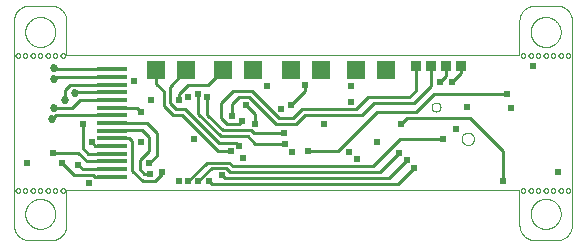
<source format=gbl>
G75*
%MOIN*%
%OFA0B0*%
%FSLAX25Y25*%
%IPPOS*%
%LPD*%
%AMOC8*
5,1,8,0,0,1.08239X$1,22.5*
%
%ADD10C,0.00000*%
%ADD11R,0.06000X0.06000*%
%ADD12R,0.10236X0.01378*%
%ADD13R,0.03200X0.03500*%
%ADD14C,0.02400*%
%ADD15C,0.01000*%
%ADD16C,0.02700*%
D10*
X0044428Y0032371D02*
X0044428Y0100496D01*
X0044430Y0100636D01*
X0044436Y0100776D01*
X0044446Y0100916D01*
X0044459Y0101056D01*
X0044477Y0101195D01*
X0044499Y0101334D01*
X0044524Y0101471D01*
X0044553Y0101609D01*
X0044586Y0101745D01*
X0044623Y0101880D01*
X0044664Y0102014D01*
X0044709Y0102147D01*
X0044757Y0102279D01*
X0044809Y0102409D01*
X0044864Y0102538D01*
X0044923Y0102665D01*
X0044986Y0102791D01*
X0045052Y0102915D01*
X0045121Y0103036D01*
X0045194Y0103156D01*
X0045271Y0103274D01*
X0045350Y0103389D01*
X0045433Y0103503D01*
X0045519Y0103613D01*
X0045608Y0103722D01*
X0045700Y0103828D01*
X0045795Y0103931D01*
X0045892Y0104032D01*
X0045993Y0104129D01*
X0046096Y0104224D01*
X0046202Y0104316D01*
X0046311Y0104405D01*
X0046421Y0104491D01*
X0046535Y0104574D01*
X0046650Y0104653D01*
X0046768Y0104730D01*
X0046888Y0104803D01*
X0047009Y0104872D01*
X0047133Y0104938D01*
X0047259Y0105001D01*
X0047386Y0105060D01*
X0047515Y0105115D01*
X0047645Y0105167D01*
X0047777Y0105215D01*
X0047910Y0105260D01*
X0048044Y0105301D01*
X0048179Y0105338D01*
X0048315Y0105371D01*
X0048453Y0105400D01*
X0048590Y0105425D01*
X0048729Y0105447D01*
X0048868Y0105465D01*
X0049008Y0105478D01*
X0049148Y0105488D01*
X0049288Y0105494D01*
X0049428Y0105496D01*
X0056928Y0105496D01*
X0057068Y0105494D01*
X0057208Y0105488D01*
X0057348Y0105478D01*
X0057488Y0105465D01*
X0057627Y0105447D01*
X0057766Y0105425D01*
X0057903Y0105400D01*
X0058041Y0105371D01*
X0058177Y0105338D01*
X0058312Y0105301D01*
X0058446Y0105260D01*
X0058579Y0105215D01*
X0058711Y0105167D01*
X0058841Y0105115D01*
X0058970Y0105060D01*
X0059097Y0105001D01*
X0059223Y0104938D01*
X0059347Y0104872D01*
X0059468Y0104803D01*
X0059588Y0104730D01*
X0059706Y0104653D01*
X0059821Y0104574D01*
X0059935Y0104491D01*
X0060045Y0104405D01*
X0060154Y0104316D01*
X0060260Y0104224D01*
X0060363Y0104129D01*
X0060464Y0104032D01*
X0060561Y0103931D01*
X0060656Y0103828D01*
X0060748Y0103722D01*
X0060837Y0103613D01*
X0060923Y0103503D01*
X0061006Y0103389D01*
X0061085Y0103274D01*
X0061162Y0103156D01*
X0061235Y0103036D01*
X0061304Y0102915D01*
X0061370Y0102791D01*
X0061433Y0102665D01*
X0061492Y0102538D01*
X0061547Y0102409D01*
X0061599Y0102279D01*
X0061647Y0102147D01*
X0061692Y0102014D01*
X0061733Y0101880D01*
X0061770Y0101745D01*
X0061803Y0101609D01*
X0061832Y0101471D01*
X0061857Y0101334D01*
X0061879Y0101195D01*
X0061897Y0101056D01*
X0061910Y0100916D01*
X0061920Y0100776D01*
X0061926Y0100636D01*
X0061928Y0100496D01*
X0061928Y0088933D01*
X0212928Y0088933D01*
X0212928Y0100496D01*
X0212930Y0100636D01*
X0212936Y0100776D01*
X0212946Y0100916D01*
X0212959Y0101056D01*
X0212977Y0101195D01*
X0212999Y0101334D01*
X0213024Y0101471D01*
X0213053Y0101609D01*
X0213086Y0101745D01*
X0213123Y0101880D01*
X0213164Y0102014D01*
X0213209Y0102147D01*
X0213257Y0102279D01*
X0213309Y0102409D01*
X0213364Y0102538D01*
X0213423Y0102665D01*
X0213486Y0102791D01*
X0213552Y0102915D01*
X0213621Y0103036D01*
X0213694Y0103156D01*
X0213771Y0103274D01*
X0213850Y0103389D01*
X0213933Y0103503D01*
X0214019Y0103613D01*
X0214108Y0103722D01*
X0214200Y0103828D01*
X0214295Y0103931D01*
X0214392Y0104032D01*
X0214493Y0104129D01*
X0214596Y0104224D01*
X0214702Y0104316D01*
X0214811Y0104405D01*
X0214921Y0104491D01*
X0215035Y0104574D01*
X0215150Y0104653D01*
X0215268Y0104730D01*
X0215388Y0104803D01*
X0215509Y0104872D01*
X0215633Y0104938D01*
X0215759Y0105001D01*
X0215886Y0105060D01*
X0216015Y0105115D01*
X0216145Y0105167D01*
X0216277Y0105215D01*
X0216410Y0105260D01*
X0216544Y0105301D01*
X0216679Y0105338D01*
X0216815Y0105371D01*
X0216953Y0105400D01*
X0217090Y0105425D01*
X0217229Y0105447D01*
X0217368Y0105465D01*
X0217508Y0105478D01*
X0217648Y0105488D01*
X0217788Y0105494D01*
X0217928Y0105496D01*
X0225428Y0105496D01*
X0225568Y0105494D01*
X0225708Y0105488D01*
X0225848Y0105478D01*
X0225988Y0105465D01*
X0226127Y0105447D01*
X0226266Y0105425D01*
X0226403Y0105400D01*
X0226541Y0105371D01*
X0226677Y0105338D01*
X0226812Y0105301D01*
X0226946Y0105260D01*
X0227079Y0105215D01*
X0227211Y0105167D01*
X0227341Y0105115D01*
X0227470Y0105060D01*
X0227597Y0105001D01*
X0227723Y0104938D01*
X0227847Y0104872D01*
X0227968Y0104803D01*
X0228088Y0104730D01*
X0228206Y0104653D01*
X0228321Y0104574D01*
X0228435Y0104491D01*
X0228545Y0104405D01*
X0228654Y0104316D01*
X0228760Y0104224D01*
X0228863Y0104129D01*
X0228964Y0104032D01*
X0229061Y0103931D01*
X0229156Y0103828D01*
X0229248Y0103722D01*
X0229337Y0103613D01*
X0229423Y0103503D01*
X0229506Y0103389D01*
X0229585Y0103274D01*
X0229662Y0103156D01*
X0229735Y0103036D01*
X0229804Y0102915D01*
X0229870Y0102791D01*
X0229933Y0102665D01*
X0229992Y0102538D01*
X0230047Y0102409D01*
X0230099Y0102279D01*
X0230147Y0102147D01*
X0230192Y0102014D01*
X0230233Y0101880D01*
X0230270Y0101745D01*
X0230303Y0101609D01*
X0230332Y0101471D01*
X0230357Y0101334D01*
X0230379Y0101195D01*
X0230397Y0101056D01*
X0230410Y0100916D01*
X0230420Y0100776D01*
X0230426Y0100636D01*
X0230428Y0100496D01*
X0230428Y0032371D01*
X0230426Y0032231D01*
X0230420Y0032091D01*
X0230410Y0031951D01*
X0230397Y0031811D01*
X0230379Y0031672D01*
X0230357Y0031533D01*
X0230332Y0031396D01*
X0230303Y0031258D01*
X0230270Y0031122D01*
X0230233Y0030987D01*
X0230192Y0030853D01*
X0230147Y0030720D01*
X0230099Y0030588D01*
X0230047Y0030458D01*
X0229992Y0030329D01*
X0229933Y0030202D01*
X0229870Y0030076D01*
X0229804Y0029952D01*
X0229735Y0029831D01*
X0229662Y0029711D01*
X0229585Y0029593D01*
X0229506Y0029478D01*
X0229423Y0029364D01*
X0229337Y0029254D01*
X0229248Y0029145D01*
X0229156Y0029039D01*
X0229061Y0028936D01*
X0228964Y0028835D01*
X0228863Y0028738D01*
X0228760Y0028643D01*
X0228654Y0028551D01*
X0228545Y0028462D01*
X0228435Y0028376D01*
X0228321Y0028293D01*
X0228206Y0028214D01*
X0228088Y0028137D01*
X0227968Y0028064D01*
X0227847Y0027995D01*
X0227723Y0027929D01*
X0227597Y0027866D01*
X0227470Y0027807D01*
X0227341Y0027752D01*
X0227211Y0027700D01*
X0227079Y0027652D01*
X0226946Y0027607D01*
X0226812Y0027566D01*
X0226677Y0027529D01*
X0226541Y0027496D01*
X0226403Y0027467D01*
X0226266Y0027442D01*
X0226127Y0027420D01*
X0225988Y0027402D01*
X0225848Y0027389D01*
X0225708Y0027379D01*
X0225568Y0027373D01*
X0225428Y0027371D01*
X0217928Y0027371D01*
X0217788Y0027373D01*
X0217648Y0027379D01*
X0217508Y0027389D01*
X0217368Y0027402D01*
X0217229Y0027420D01*
X0217090Y0027442D01*
X0216953Y0027467D01*
X0216815Y0027496D01*
X0216679Y0027529D01*
X0216544Y0027566D01*
X0216410Y0027607D01*
X0216277Y0027652D01*
X0216145Y0027700D01*
X0216015Y0027752D01*
X0215886Y0027807D01*
X0215759Y0027866D01*
X0215633Y0027929D01*
X0215509Y0027995D01*
X0215388Y0028064D01*
X0215268Y0028137D01*
X0215150Y0028214D01*
X0215035Y0028293D01*
X0214921Y0028376D01*
X0214811Y0028462D01*
X0214702Y0028551D01*
X0214596Y0028643D01*
X0214493Y0028738D01*
X0214392Y0028835D01*
X0214295Y0028936D01*
X0214200Y0029039D01*
X0214108Y0029145D01*
X0214019Y0029254D01*
X0213933Y0029364D01*
X0213850Y0029478D01*
X0213771Y0029593D01*
X0213694Y0029711D01*
X0213621Y0029831D01*
X0213552Y0029952D01*
X0213486Y0030076D01*
X0213423Y0030202D01*
X0213364Y0030329D01*
X0213309Y0030458D01*
X0213257Y0030588D01*
X0213209Y0030720D01*
X0213164Y0030853D01*
X0213123Y0030987D01*
X0213086Y0031122D01*
X0213053Y0031258D01*
X0213024Y0031396D01*
X0212999Y0031533D01*
X0212977Y0031672D01*
X0212959Y0031811D01*
X0212946Y0031951D01*
X0212936Y0032091D01*
X0212930Y0032231D01*
X0212928Y0032371D01*
X0212928Y0043933D01*
X0061928Y0043933D01*
X0061928Y0032371D01*
X0061926Y0032231D01*
X0061920Y0032091D01*
X0061910Y0031951D01*
X0061897Y0031811D01*
X0061879Y0031672D01*
X0061857Y0031533D01*
X0061832Y0031396D01*
X0061803Y0031258D01*
X0061770Y0031122D01*
X0061733Y0030987D01*
X0061692Y0030853D01*
X0061647Y0030720D01*
X0061599Y0030588D01*
X0061547Y0030458D01*
X0061492Y0030329D01*
X0061433Y0030202D01*
X0061370Y0030076D01*
X0061304Y0029952D01*
X0061235Y0029831D01*
X0061162Y0029711D01*
X0061085Y0029593D01*
X0061006Y0029478D01*
X0060923Y0029364D01*
X0060837Y0029254D01*
X0060748Y0029145D01*
X0060656Y0029039D01*
X0060561Y0028936D01*
X0060464Y0028835D01*
X0060363Y0028738D01*
X0060260Y0028643D01*
X0060154Y0028551D01*
X0060045Y0028462D01*
X0059935Y0028376D01*
X0059821Y0028293D01*
X0059706Y0028214D01*
X0059588Y0028137D01*
X0059468Y0028064D01*
X0059347Y0027995D01*
X0059223Y0027929D01*
X0059097Y0027866D01*
X0058970Y0027807D01*
X0058841Y0027752D01*
X0058711Y0027700D01*
X0058579Y0027652D01*
X0058446Y0027607D01*
X0058312Y0027566D01*
X0058177Y0027529D01*
X0058041Y0027496D01*
X0057903Y0027467D01*
X0057766Y0027442D01*
X0057627Y0027420D01*
X0057488Y0027402D01*
X0057348Y0027389D01*
X0057208Y0027379D01*
X0057068Y0027373D01*
X0056928Y0027371D01*
X0049428Y0027371D01*
X0049288Y0027373D01*
X0049148Y0027379D01*
X0049008Y0027389D01*
X0048868Y0027402D01*
X0048729Y0027420D01*
X0048590Y0027442D01*
X0048453Y0027467D01*
X0048315Y0027496D01*
X0048179Y0027529D01*
X0048044Y0027566D01*
X0047910Y0027607D01*
X0047777Y0027652D01*
X0047645Y0027700D01*
X0047515Y0027752D01*
X0047386Y0027807D01*
X0047259Y0027866D01*
X0047133Y0027929D01*
X0047009Y0027995D01*
X0046888Y0028064D01*
X0046768Y0028137D01*
X0046650Y0028214D01*
X0046535Y0028293D01*
X0046421Y0028376D01*
X0046311Y0028462D01*
X0046202Y0028551D01*
X0046096Y0028643D01*
X0045993Y0028738D01*
X0045892Y0028835D01*
X0045795Y0028936D01*
X0045700Y0029039D01*
X0045608Y0029145D01*
X0045519Y0029254D01*
X0045433Y0029364D01*
X0045350Y0029478D01*
X0045271Y0029593D01*
X0045194Y0029711D01*
X0045121Y0029831D01*
X0045052Y0029952D01*
X0044986Y0030076D01*
X0044923Y0030202D01*
X0044864Y0030329D01*
X0044809Y0030458D01*
X0044757Y0030588D01*
X0044709Y0030720D01*
X0044664Y0030853D01*
X0044623Y0030987D01*
X0044586Y0031122D01*
X0044553Y0031258D01*
X0044524Y0031396D01*
X0044499Y0031533D01*
X0044477Y0031672D01*
X0044459Y0031811D01*
X0044446Y0031951D01*
X0044436Y0032091D01*
X0044430Y0032231D01*
X0044428Y0032371D01*
X0048178Y0036121D02*
X0048180Y0036262D01*
X0048186Y0036403D01*
X0048196Y0036543D01*
X0048210Y0036683D01*
X0048228Y0036823D01*
X0048249Y0036962D01*
X0048275Y0037101D01*
X0048304Y0037239D01*
X0048338Y0037375D01*
X0048375Y0037511D01*
X0048416Y0037646D01*
X0048461Y0037780D01*
X0048510Y0037912D01*
X0048562Y0038043D01*
X0048618Y0038172D01*
X0048678Y0038299D01*
X0048741Y0038425D01*
X0048807Y0038549D01*
X0048878Y0038672D01*
X0048951Y0038792D01*
X0049028Y0038910D01*
X0049108Y0039026D01*
X0049192Y0039139D01*
X0049278Y0039250D01*
X0049368Y0039359D01*
X0049461Y0039465D01*
X0049556Y0039568D01*
X0049655Y0039669D01*
X0049756Y0039767D01*
X0049860Y0039862D01*
X0049967Y0039954D01*
X0050076Y0040043D01*
X0050188Y0040128D01*
X0050302Y0040211D01*
X0050418Y0040291D01*
X0050537Y0040367D01*
X0050658Y0040439D01*
X0050780Y0040509D01*
X0050905Y0040574D01*
X0051031Y0040637D01*
X0051159Y0040695D01*
X0051289Y0040750D01*
X0051420Y0040802D01*
X0051553Y0040849D01*
X0051687Y0040893D01*
X0051822Y0040934D01*
X0051958Y0040970D01*
X0052095Y0041002D01*
X0052233Y0041031D01*
X0052371Y0041056D01*
X0052511Y0041076D01*
X0052651Y0041093D01*
X0052791Y0041106D01*
X0052932Y0041115D01*
X0053072Y0041120D01*
X0053213Y0041121D01*
X0053354Y0041118D01*
X0053495Y0041111D01*
X0053635Y0041100D01*
X0053775Y0041085D01*
X0053915Y0041066D01*
X0054054Y0041044D01*
X0054192Y0041017D01*
X0054330Y0040987D01*
X0054466Y0040952D01*
X0054602Y0040914D01*
X0054736Y0040872D01*
X0054870Y0040826D01*
X0055002Y0040777D01*
X0055132Y0040723D01*
X0055261Y0040666D01*
X0055388Y0040606D01*
X0055514Y0040542D01*
X0055637Y0040474D01*
X0055759Y0040403D01*
X0055879Y0040329D01*
X0055996Y0040251D01*
X0056111Y0040170D01*
X0056224Y0040086D01*
X0056335Y0039999D01*
X0056443Y0039908D01*
X0056548Y0039815D01*
X0056651Y0039718D01*
X0056751Y0039619D01*
X0056848Y0039517D01*
X0056942Y0039412D01*
X0057033Y0039305D01*
X0057121Y0039195D01*
X0057206Y0039083D01*
X0057288Y0038968D01*
X0057367Y0038851D01*
X0057442Y0038732D01*
X0057514Y0038611D01*
X0057582Y0038488D01*
X0057647Y0038363D01*
X0057709Y0038236D01*
X0057766Y0038107D01*
X0057821Y0037977D01*
X0057871Y0037846D01*
X0057918Y0037713D01*
X0057961Y0037579D01*
X0058000Y0037443D01*
X0058035Y0037307D01*
X0058067Y0037170D01*
X0058094Y0037032D01*
X0058118Y0036893D01*
X0058138Y0036753D01*
X0058154Y0036613D01*
X0058166Y0036473D01*
X0058174Y0036332D01*
X0058178Y0036191D01*
X0058178Y0036051D01*
X0058174Y0035910D01*
X0058166Y0035769D01*
X0058154Y0035629D01*
X0058138Y0035489D01*
X0058118Y0035349D01*
X0058094Y0035210D01*
X0058067Y0035072D01*
X0058035Y0034935D01*
X0058000Y0034799D01*
X0057961Y0034663D01*
X0057918Y0034529D01*
X0057871Y0034396D01*
X0057821Y0034265D01*
X0057766Y0034135D01*
X0057709Y0034006D01*
X0057647Y0033879D01*
X0057582Y0033754D01*
X0057514Y0033631D01*
X0057442Y0033510D01*
X0057367Y0033391D01*
X0057288Y0033274D01*
X0057206Y0033159D01*
X0057121Y0033047D01*
X0057033Y0032937D01*
X0056942Y0032830D01*
X0056848Y0032725D01*
X0056751Y0032623D01*
X0056651Y0032524D01*
X0056548Y0032427D01*
X0056443Y0032334D01*
X0056335Y0032243D01*
X0056224Y0032156D01*
X0056111Y0032072D01*
X0055996Y0031991D01*
X0055879Y0031913D01*
X0055759Y0031839D01*
X0055637Y0031768D01*
X0055514Y0031700D01*
X0055388Y0031636D01*
X0055261Y0031576D01*
X0055132Y0031519D01*
X0055002Y0031465D01*
X0054870Y0031416D01*
X0054736Y0031370D01*
X0054602Y0031328D01*
X0054466Y0031290D01*
X0054330Y0031255D01*
X0054192Y0031225D01*
X0054054Y0031198D01*
X0053915Y0031176D01*
X0053775Y0031157D01*
X0053635Y0031142D01*
X0053495Y0031131D01*
X0053354Y0031124D01*
X0053213Y0031121D01*
X0053072Y0031122D01*
X0052932Y0031127D01*
X0052791Y0031136D01*
X0052651Y0031149D01*
X0052511Y0031166D01*
X0052371Y0031186D01*
X0052233Y0031211D01*
X0052095Y0031240D01*
X0051958Y0031272D01*
X0051822Y0031308D01*
X0051687Y0031349D01*
X0051553Y0031393D01*
X0051420Y0031440D01*
X0051289Y0031492D01*
X0051159Y0031547D01*
X0051031Y0031605D01*
X0050905Y0031668D01*
X0050780Y0031733D01*
X0050658Y0031803D01*
X0050537Y0031875D01*
X0050418Y0031951D01*
X0050302Y0032031D01*
X0050188Y0032114D01*
X0050076Y0032199D01*
X0049967Y0032288D01*
X0049860Y0032380D01*
X0049756Y0032475D01*
X0049655Y0032573D01*
X0049556Y0032674D01*
X0049461Y0032777D01*
X0049368Y0032883D01*
X0049278Y0032992D01*
X0049192Y0033103D01*
X0049108Y0033216D01*
X0049028Y0033332D01*
X0048951Y0033450D01*
X0048878Y0033570D01*
X0048807Y0033693D01*
X0048741Y0033817D01*
X0048678Y0033943D01*
X0048618Y0034070D01*
X0048562Y0034199D01*
X0048510Y0034330D01*
X0048461Y0034462D01*
X0048416Y0034596D01*
X0048375Y0034731D01*
X0048338Y0034867D01*
X0048304Y0035003D01*
X0048275Y0035141D01*
X0048249Y0035280D01*
X0048228Y0035419D01*
X0048210Y0035559D01*
X0048196Y0035699D01*
X0048186Y0035839D01*
X0048180Y0035980D01*
X0048178Y0036121D01*
X0047428Y0043933D02*
X0047430Y0043987D01*
X0047436Y0044041D01*
X0047446Y0044094D01*
X0047459Y0044147D01*
X0047476Y0044198D01*
X0047497Y0044248D01*
X0047522Y0044296D01*
X0047550Y0044343D01*
X0047581Y0044387D01*
X0047615Y0044429D01*
X0047652Y0044468D01*
X0047692Y0044505D01*
X0047735Y0044538D01*
X0047780Y0044569D01*
X0047827Y0044596D01*
X0047875Y0044619D01*
X0047926Y0044639D01*
X0047977Y0044656D01*
X0048030Y0044668D01*
X0048083Y0044677D01*
X0048137Y0044682D01*
X0048192Y0044683D01*
X0048246Y0044680D01*
X0048299Y0044673D01*
X0048352Y0044662D01*
X0048405Y0044648D01*
X0048456Y0044630D01*
X0048505Y0044608D01*
X0048553Y0044583D01*
X0048599Y0044554D01*
X0048643Y0044522D01*
X0048684Y0044487D01*
X0048722Y0044449D01*
X0048758Y0044408D01*
X0048791Y0044365D01*
X0048821Y0044320D01*
X0048847Y0044272D01*
X0048870Y0044223D01*
X0048889Y0044172D01*
X0048904Y0044121D01*
X0048916Y0044068D01*
X0048924Y0044014D01*
X0048928Y0043960D01*
X0048928Y0043906D01*
X0048924Y0043852D01*
X0048916Y0043798D01*
X0048904Y0043745D01*
X0048889Y0043694D01*
X0048870Y0043643D01*
X0048847Y0043594D01*
X0048821Y0043546D01*
X0048791Y0043501D01*
X0048758Y0043458D01*
X0048722Y0043417D01*
X0048684Y0043379D01*
X0048643Y0043344D01*
X0048599Y0043312D01*
X0048553Y0043283D01*
X0048505Y0043258D01*
X0048456Y0043236D01*
X0048405Y0043218D01*
X0048352Y0043204D01*
X0048299Y0043193D01*
X0048246Y0043186D01*
X0048192Y0043183D01*
X0048137Y0043184D01*
X0048083Y0043189D01*
X0048030Y0043198D01*
X0047977Y0043210D01*
X0047926Y0043227D01*
X0047875Y0043247D01*
X0047827Y0043270D01*
X0047780Y0043297D01*
X0047735Y0043328D01*
X0047692Y0043361D01*
X0047652Y0043398D01*
X0047615Y0043437D01*
X0047581Y0043479D01*
X0047550Y0043523D01*
X0047522Y0043570D01*
X0047497Y0043618D01*
X0047476Y0043668D01*
X0047459Y0043719D01*
X0047446Y0043772D01*
X0047436Y0043825D01*
X0047430Y0043879D01*
X0047428Y0043933D01*
X0044928Y0043933D02*
X0044930Y0043987D01*
X0044936Y0044041D01*
X0044946Y0044094D01*
X0044959Y0044147D01*
X0044976Y0044198D01*
X0044997Y0044248D01*
X0045022Y0044296D01*
X0045050Y0044343D01*
X0045081Y0044387D01*
X0045115Y0044429D01*
X0045152Y0044468D01*
X0045192Y0044505D01*
X0045235Y0044538D01*
X0045280Y0044569D01*
X0045327Y0044596D01*
X0045375Y0044619D01*
X0045426Y0044639D01*
X0045477Y0044656D01*
X0045530Y0044668D01*
X0045583Y0044677D01*
X0045637Y0044682D01*
X0045692Y0044683D01*
X0045746Y0044680D01*
X0045799Y0044673D01*
X0045852Y0044662D01*
X0045905Y0044648D01*
X0045956Y0044630D01*
X0046005Y0044608D01*
X0046053Y0044583D01*
X0046099Y0044554D01*
X0046143Y0044522D01*
X0046184Y0044487D01*
X0046222Y0044449D01*
X0046258Y0044408D01*
X0046291Y0044365D01*
X0046321Y0044320D01*
X0046347Y0044272D01*
X0046370Y0044223D01*
X0046389Y0044172D01*
X0046404Y0044121D01*
X0046416Y0044068D01*
X0046424Y0044014D01*
X0046428Y0043960D01*
X0046428Y0043906D01*
X0046424Y0043852D01*
X0046416Y0043798D01*
X0046404Y0043745D01*
X0046389Y0043694D01*
X0046370Y0043643D01*
X0046347Y0043594D01*
X0046321Y0043546D01*
X0046291Y0043501D01*
X0046258Y0043458D01*
X0046222Y0043417D01*
X0046184Y0043379D01*
X0046143Y0043344D01*
X0046099Y0043312D01*
X0046053Y0043283D01*
X0046005Y0043258D01*
X0045956Y0043236D01*
X0045905Y0043218D01*
X0045852Y0043204D01*
X0045799Y0043193D01*
X0045746Y0043186D01*
X0045692Y0043183D01*
X0045637Y0043184D01*
X0045583Y0043189D01*
X0045530Y0043198D01*
X0045477Y0043210D01*
X0045426Y0043227D01*
X0045375Y0043247D01*
X0045327Y0043270D01*
X0045280Y0043297D01*
X0045235Y0043328D01*
X0045192Y0043361D01*
X0045152Y0043398D01*
X0045115Y0043437D01*
X0045081Y0043479D01*
X0045050Y0043523D01*
X0045022Y0043570D01*
X0044997Y0043618D01*
X0044976Y0043668D01*
X0044959Y0043719D01*
X0044946Y0043772D01*
X0044936Y0043825D01*
X0044930Y0043879D01*
X0044928Y0043933D01*
X0049928Y0043933D02*
X0049930Y0043987D01*
X0049936Y0044041D01*
X0049946Y0044094D01*
X0049959Y0044147D01*
X0049976Y0044198D01*
X0049997Y0044248D01*
X0050022Y0044296D01*
X0050050Y0044343D01*
X0050081Y0044387D01*
X0050115Y0044429D01*
X0050152Y0044468D01*
X0050192Y0044505D01*
X0050235Y0044538D01*
X0050280Y0044569D01*
X0050327Y0044596D01*
X0050375Y0044619D01*
X0050426Y0044639D01*
X0050477Y0044656D01*
X0050530Y0044668D01*
X0050583Y0044677D01*
X0050637Y0044682D01*
X0050692Y0044683D01*
X0050746Y0044680D01*
X0050799Y0044673D01*
X0050852Y0044662D01*
X0050905Y0044648D01*
X0050956Y0044630D01*
X0051005Y0044608D01*
X0051053Y0044583D01*
X0051099Y0044554D01*
X0051143Y0044522D01*
X0051184Y0044487D01*
X0051222Y0044449D01*
X0051258Y0044408D01*
X0051291Y0044365D01*
X0051321Y0044320D01*
X0051347Y0044272D01*
X0051370Y0044223D01*
X0051389Y0044172D01*
X0051404Y0044121D01*
X0051416Y0044068D01*
X0051424Y0044014D01*
X0051428Y0043960D01*
X0051428Y0043906D01*
X0051424Y0043852D01*
X0051416Y0043798D01*
X0051404Y0043745D01*
X0051389Y0043694D01*
X0051370Y0043643D01*
X0051347Y0043594D01*
X0051321Y0043546D01*
X0051291Y0043501D01*
X0051258Y0043458D01*
X0051222Y0043417D01*
X0051184Y0043379D01*
X0051143Y0043344D01*
X0051099Y0043312D01*
X0051053Y0043283D01*
X0051005Y0043258D01*
X0050956Y0043236D01*
X0050905Y0043218D01*
X0050852Y0043204D01*
X0050799Y0043193D01*
X0050746Y0043186D01*
X0050692Y0043183D01*
X0050637Y0043184D01*
X0050583Y0043189D01*
X0050530Y0043198D01*
X0050477Y0043210D01*
X0050426Y0043227D01*
X0050375Y0043247D01*
X0050327Y0043270D01*
X0050280Y0043297D01*
X0050235Y0043328D01*
X0050192Y0043361D01*
X0050152Y0043398D01*
X0050115Y0043437D01*
X0050081Y0043479D01*
X0050050Y0043523D01*
X0050022Y0043570D01*
X0049997Y0043618D01*
X0049976Y0043668D01*
X0049959Y0043719D01*
X0049946Y0043772D01*
X0049936Y0043825D01*
X0049930Y0043879D01*
X0049928Y0043933D01*
X0052428Y0043933D02*
X0052430Y0043987D01*
X0052436Y0044041D01*
X0052446Y0044094D01*
X0052459Y0044147D01*
X0052476Y0044198D01*
X0052497Y0044248D01*
X0052522Y0044296D01*
X0052550Y0044343D01*
X0052581Y0044387D01*
X0052615Y0044429D01*
X0052652Y0044468D01*
X0052692Y0044505D01*
X0052735Y0044538D01*
X0052780Y0044569D01*
X0052827Y0044596D01*
X0052875Y0044619D01*
X0052926Y0044639D01*
X0052977Y0044656D01*
X0053030Y0044668D01*
X0053083Y0044677D01*
X0053137Y0044682D01*
X0053192Y0044683D01*
X0053246Y0044680D01*
X0053299Y0044673D01*
X0053352Y0044662D01*
X0053405Y0044648D01*
X0053456Y0044630D01*
X0053505Y0044608D01*
X0053553Y0044583D01*
X0053599Y0044554D01*
X0053643Y0044522D01*
X0053684Y0044487D01*
X0053722Y0044449D01*
X0053758Y0044408D01*
X0053791Y0044365D01*
X0053821Y0044320D01*
X0053847Y0044272D01*
X0053870Y0044223D01*
X0053889Y0044172D01*
X0053904Y0044121D01*
X0053916Y0044068D01*
X0053924Y0044014D01*
X0053928Y0043960D01*
X0053928Y0043906D01*
X0053924Y0043852D01*
X0053916Y0043798D01*
X0053904Y0043745D01*
X0053889Y0043694D01*
X0053870Y0043643D01*
X0053847Y0043594D01*
X0053821Y0043546D01*
X0053791Y0043501D01*
X0053758Y0043458D01*
X0053722Y0043417D01*
X0053684Y0043379D01*
X0053643Y0043344D01*
X0053599Y0043312D01*
X0053553Y0043283D01*
X0053505Y0043258D01*
X0053456Y0043236D01*
X0053405Y0043218D01*
X0053352Y0043204D01*
X0053299Y0043193D01*
X0053246Y0043186D01*
X0053192Y0043183D01*
X0053137Y0043184D01*
X0053083Y0043189D01*
X0053030Y0043198D01*
X0052977Y0043210D01*
X0052926Y0043227D01*
X0052875Y0043247D01*
X0052827Y0043270D01*
X0052780Y0043297D01*
X0052735Y0043328D01*
X0052692Y0043361D01*
X0052652Y0043398D01*
X0052615Y0043437D01*
X0052581Y0043479D01*
X0052550Y0043523D01*
X0052522Y0043570D01*
X0052497Y0043618D01*
X0052476Y0043668D01*
X0052459Y0043719D01*
X0052446Y0043772D01*
X0052436Y0043825D01*
X0052430Y0043879D01*
X0052428Y0043933D01*
X0054928Y0043933D02*
X0054930Y0043987D01*
X0054936Y0044041D01*
X0054946Y0044094D01*
X0054959Y0044147D01*
X0054976Y0044198D01*
X0054997Y0044248D01*
X0055022Y0044296D01*
X0055050Y0044343D01*
X0055081Y0044387D01*
X0055115Y0044429D01*
X0055152Y0044468D01*
X0055192Y0044505D01*
X0055235Y0044538D01*
X0055280Y0044569D01*
X0055327Y0044596D01*
X0055375Y0044619D01*
X0055426Y0044639D01*
X0055477Y0044656D01*
X0055530Y0044668D01*
X0055583Y0044677D01*
X0055637Y0044682D01*
X0055692Y0044683D01*
X0055746Y0044680D01*
X0055799Y0044673D01*
X0055852Y0044662D01*
X0055905Y0044648D01*
X0055956Y0044630D01*
X0056005Y0044608D01*
X0056053Y0044583D01*
X0056099Y0044554D01*
X0056143Y0044522D01*
X0056184Y0044487D01*
X0056222Y0044449D01*
X0056258Y0044408D01*
X0056291Y0044365D01*
X0056321Y0044320D01*
X0056347Y0044272D01*
X0056370Y0044223D01*
X0056389Y0044172D01*
X0056404Y0044121D01*
X0056416Y0044068D01*
X0056424Y0044014D01*
X0056428Y0043960D01*
X0056428Y0043906D01*
X0056424Y0043852D01*
X0056416Y0043798D01*
X0056404Y0043745D01*
X0056389Y0043694D01*
X0056370Y0043643D01*
X0056347Y0043594D01*
X0056321Y0043546D01*
X0056291Y0043501D01*
X0056258Y0043458D01*
X0056222Y0043417D01*
X0056184Y0043379D01*
X0056143Y0043344D01*
X0056099Y0043312D01*
X0056053Y0043283D01*
X0056005Y0043258D01*
X0055956Y0043236D01*
X0055905Y0043218D01*
X0055852Y0043204D01*
X0055799Y0043193D01*
X0055746Y0043186D01*
X0055692Y0043183D01*
X0055637Y0043184D01*
X0055583Y0043189D01*
X0055530Y0043198D01*
X0055477Y0043210D01*
X0055426Y0043227D01*
X0055375Y0043247D01*
X0055327Y0043270D01*
X0055280Y0043297D01*
X0055235Y0043328D01*
X0055192Y0043361D01*
X0055152Y0043398D01*
X0055115Y0043437D01*
X0055081Y0043479D01*
X0055050Y0043523D01*
X0055022Y0043570D01*
X0054997Y0043618D01*
X0054976Y0043668D01*
X0054959Y0043719D01*
X0054946Y0043772D01*
X0054936Y0043825D01*
X0054930Y0043879D01*
X0054928Y0043933D01*
X0057428Y0043933D02*
X0057430Y0043987D01*
X0057436Y0044041D01*
X0057446Y0044094D01*
X0057459Y0044147D01*
X0057476Y0044198D01*
X0057497Y0044248D01*
X0057522Y0044296D01*
X0057550Y0044343D01*
X0057581Y0044387D01*
X0057615Y0044429D01*
X0057652Y0044468D01*
X0057692Y0044505D01*
X0057735Y0044538D01*
X0057780Y0044569D01*
X0057827Y0044596D01*
X0057875Y0044619D01*
X0057926Y0044639D01*
X0057977Y0044656D01*
X0058030Y0044668D01*
X0058083Y0044677D01*
X0058137Y0044682D01*
X0058192Y0044683D01*
X0058246Y0044680D01*
X0058299Y0044673D01*
X0058352Y0044662D01*
X0058405Y0044648D01*
X0058456Y0044630D01*
X0058505Y0044608D01*
X0058553Y0044583D01*
X0058599Y0044554D01*
X0058643Y0044522D01*
X0058684Y0044487D01*
X0058722Y0044449D01*
X0058758Y0044408D01*
X0058791Y0044365D01*
X0058821Y0044320D01*
X0058847Y0044272D01*
X0058870Y0044223D01*
X0058889Y0044172D01*
X0058904Y0044121D01*
X0058916Y0044068D01*
X0058924Y0044014D01*
X0058928Y0043960D01*
X0058928Y0043906D01*
X0058924Y0043852D01*
X0058916Y0043798D01*
X0058904Y0043745D01*
X0058889Y0043694D01*
X0058870Y0043643D01*
X0058847Y0043594D01*
X0058821Y0043546D01*
X0058791Y0043501D01*
X0058758Y0043458D01*
X0058722Y0043417D01*
X0058684Y0043379D01*
X0058643Y0043344D01*
X0058599Y0043312D01*
X0058553Y0043283D01*
X0058505Y0043258D01*
X0058456Y0043236D01*
X0058405Y0043218D01*
X0058352Y0043204D01*
X0058299Y0043193D01*
X0058246Y0043186D01*
X0058192Y0043183D01*
X0058137Y0043184D01*
X0058083Y0043189D01*
X0058030Y0043198D01*
X0057977Y0043210D01*
X0057926Y0043227D01*
X0057875Y0043247D01*
X0057827Y0043270D01*
X0057780Y0043297D01*
X0057735Y0043328D01*
X0057692Y0043361D01*
X0057652Y0043398D01*
X0057615Y0043437D01*
X0057581Y0043479D01*
X0057550Y0043523D01*
X0057522Y0043570D01*
X0057497Y0043618D01*
X0057476Y0043668D01*
X0057459Y0043719D01*
X0057446Y0043772D01*
X0057436Y0043825D01*
X0057430Y0043879D01*
X0057428Y0043933D01*
X0059928Y0043933D02*
X0059930Y0043987D01*
X0059936Y0044041D01*
X0059946Y0044094D01*
X0059959Y0044147D01*
X0059976Y0044198D01*
X0059997Y0044248D01*
X0060022Y0044296D01*
X0060050Y0044343D01*
X0060081Y0044387D01*
X0060115Y0044429D01*
X0060152Y0044468D01*
X0060192Y0044505D01*
X0060235Y0044538D01*
X0060280Y0044569D01*
X0060327Y0044596D01*
X0060375Y0044619D01*
X0060426Y0044639D01*
X0060477Y0044656D01*
X0060530Y0044668D01*
X0060583Y0044677D01*
X0060637Y0044682D01*
X0060692Y0044683D01*
X0060746Y0044680D01*
X0060799Y0044673D01*
X0060852Y0044662D01*
X0060905Y0044648D01*
X0060956Y0044630D01*
X0061005Y0044608D01*
X0061053Y0044583D01*
X0061099Y0044554D01*
X0061143Y0044522D01*
X0061184Y0044487D01*
X0061222Y0044449D01*
X0061258Y0044408D01*
X0061291Y0044365D01*
X0061321Y0044320D01*
X0061347Y0044272D01*
X0061370Y0044223D01*
X0061389Y0044172D01*
X0061404Y0044121D01*
X0061416Y0044068D01*
X0061424Y0044014D01*
X0061428Y0043960D01*
X0061428Y0043906D01*
X0061424Y0043852D01*
X0061416Y0043798D01*
X0061404Y0043745D01*
X0061389Y0043694D01*
X0061370Y0043643D01*
X0061347Y0043594D01*
X0061321Y0043546D01*
X0061291Y0043501D01*
X0061258Y0043458D01*
X0061222Y0043417D01*
X0061184Y0043379D01*
X0061143Y0043344D01*
X0061099Y0043312D01*
X0061053Y0043283D01*
X0061005Y0043258D01*
X0060956Y0043236D01*
X0060905Y0043218D01*
X0060852Y0043204D01*
X0060799Y0043193D01*
X0060746Y0043186D01*
X0060692Y0043183D01*
X0060637Y0043184D01*
X0060583Y0043189D01*
X0060530Y0043198D01*
X0060477Y0043210D01*
X0060426Y0043227D01*
X0060375Y0043247D01*
X0060327Y0043270D01*
X0060280Y0043297D01*
X0060235Y0043328D01*
X0060192Y0043361D01*
X0060152Y0043398D01*
X0060115Y0043437D01*
X0060081Y0043479D01*
X0060050Y0043523D01*
X0060022Y0043570D01*
X0059997Y0043618D01*
X0059976Y0043668D01*
X0059959Y0043719D01*
X0059946Y0043772D01*
X0059936Y0043825D01*
X0059930Y0043879D01*
X0059928Y0043933D01*
X0059928Y0088933D02*
X0059930Y0088987D01*
X0059936Y0089041D01*
X0059946Y0089094D01*
X0059959Y0089147D01*
X0059976Y0089198D01*
X0059997Y0089248D01*
X0060022Y0089296D01*
X0060050Y0089343D01*
X0060081Y0089387D01*
X0060115Y0089429D01*
X0060152Y0089468D01*
X0060192Y0089505D01*
X0060235Y0089538D01*
X0060280Y0089569D01*
X0060327Y0089596D01*
X0060375Y0089619D01*
X0060426Y0089639D01*
X0060477Y0089656D01*
X0060530Y0089668D01*
X0060583Y0089677D01*
X0060637Y0089682D01*
X0060692Y0089683D01*
X0060746Y0089680D01*
X0060799Y0089673D01*
X0060852Y0089662D01*
X0060905Y0089648D01*
X0060956Y0089630D01*
X0061005Y0089608D01*
X0061053Y0089583D01*
X0061099Y0089554D01*
X0061143Y0089522D01*
X0061184Y0089487D01*
X0061222Y0089449D01*
X0061258Y0089408D01*
X0061291Y0089365D01*
X0061321Y0089320D01*
X0061347Y0089272D01*
X0061370Y0089223D01*
X0061389Y0089172D01*
X0061404Y0089121D01*
X0061416Y0089068D01*
X0061424Y0089014D01*
X0061428Y0088960D01*
X0061428Y0088906D01*
X0061424Y0088852D01*
X0061416Y0088798D01*
X0061404Y0088745D01*
X0061389Y0088694D01*
X0061370Y0088643D01*
X0061347Y0088594D01*
X0061321Y0088546D01*
X0061291Y0088501D01*
X0061258Y0088458D01*
X0061222Y0088417D01*
X0061184Y0088379D01*
X0061143Y0088344D01*
X0061099Y0088312D01*
X0061053Y0088283D01*
X0061005Y0088258D01*
X0060956Y0088236D01*
X0060905Y0088218D01*
X0060852Y0088204D01*
X0060799Y0088193D01*
X0060746Y0088186D01*
X0060692Y0088183D01*
X0060637Y0088184D01*
X0060583Y0088189D01*
X0060530Y0088198D01*
X0060477Y0088210D01*
X0060426Y0088227D01*
X0060375Y0088247D01*
X0060327Y0088270D01*
X0060280Y0088297D01*
X0060235Y0088328D01*
X0060192Y0088361D01*
X0060152Y0088398D01*
X0060115Y0088437D01*
X0060081Y0088479D01*
X0060050Y0088523D01*
X0060022Y0088570D01*
X0059997Y0088618D01*
X0059976Y0088668D01*
X0059959Y0088719D01*
X0059946Y0088772D01*
X0059936Y0088825D01*
X0059930Y0088879D01*
X0059928Y0088933D01*
X0057428Y0088933D02*
X0057430Y0088987D01*
X0057436Y0089041D01*
X0057446Y0089094D01*
X0057459Y0089147D01*
X0057476Y0089198D01*
X0057497Y0089248D01*
X0057522Y0089296D01*
X0057550Y0089343D01*
X0057581Y0089387D01*
X0057615Y0089429D01*
X0057652Y0089468D01*
X0057692Y0089505D01*
X0057735Y0089538D01*
X0057780Y0089569D01*
X0057827Y0089596D01*
X0057875Y0089619D01*
X0057926Y0089639D01*
X0057977Y0089656D01*
X0058030Y0089668D01*
X0058083Y0089677D01*
X0058137Y0089682D01*
X0058192Y0089683D01*
X0058246Y0089680D01*
X0058299Y0089673D01*
X0058352Y0089662D01*
X0058405Y0089648D01*
X0058456Y0089630D01*
X0058505Y0089608D01*
X0058553Y0089583D01*
X0058599Y0089554D01*
X0058643Y0089522D01*
X0058684Y0089487D01*
X0058722Y0089449D01*
X0058758Y0089408D01*
X0058791Y0089365D01*
X0058821Y0089320D01*
X0058847Y0089272D01*
X0058870Y0089223D01*
X0058889Y0089172D01*
X0058904Y0089121D01*
X0058916Y0089068D01*
X0058924Y0089014D01*
X0058928Y0088960D01*
X0058928Y0088906D01*
X0058924Y0088852D01*
X0058916Y0088798D01*
X0058904Y0088745D01*
X0058889Y0088694D01*
X0058870Y0088643D01*
X0058847Y0088594D01*
X0058821Y0088546D01*
X0058791Y0088501D01*
X0058758Y0088458D01*
X0058722Y0088417D01*
X0058684Y0088379D01*
X0058643Y0088344D01*
X0058599Y0088312D01*
X0058553Y0088283D01*
X0058505Y0088258D01*
X0058456Y0088236D01*
X0058405Y0088218D01*
X0058352Y0088204D01*
X0058299Y0088193D01*
X0058246Y0088186D01*
X0058192Y0088183D01*
X0058137Y0088184D01*
X0058083Y0088189D01*
X0058030Y0088198D01*
X0057977Y0088210D01*
X0057926Y0088227D01*
X0057875Y0088247D01*
X0057827Y0088270D01*
X0057780Y0088297D01*
X0057735Y0088328D01*
X0057692Y0088361D01*
X0057652Y0088398D01*
X0057615Y0088437D01*
X0057581Y0088479D01*
X0057550Y0088523D01*
X0057522Y0088570D01*
X0057497Y0088618D01*
X0057476Y0088668D01*
X0057459Y0088719D01*
X0057446Y0088772D01*
X0057436Y0088825D01*
X0057430Y0088879D01*
X0057428Y0088933D01*
X0054928Y0088933D02*
X0054930Y0088987D01*
X0054936Y0089041D01*
X0054946Y0089094D01*
X0054959Y0089147D01*
X0054976Y0089198D01*
X0054997Y0089248D01*
X0055022Y0089296D01*
X0055050Y0089343D01*
X0055081Y0089387D01*
X0055115Y0089429D01*
X0055152Y0089468D01*
X0055192Y0089505D01*
X0055235Y0089538D01*
X0055280Y0089569D01*
X0055327Y0089596D01*
X0055375Y0089619D01*
X0055426Y0089639D01*
X0055477Y0089656D01*
X0055530Y0089668D01*
X0055583Y0089677D01*
X0055637Y0089682D01*
X0055692Y0089683D01*
X0055746Y0089680D01*
X0055799Y0089673D01*
X0055852Y0089662D01*
X0055905Y0089648D01*
X0055956Y0089630D01*
X0056005Y0089608D01*
X0056053Y0089583D01*
X0056099Y0089554D01*
X0056143Y0089522D01*
X0056184Y0089487D01*
X0056222Y0089449D01*
X0056258Y0089408D01*
X0056291Y0089365D01*
X0056321Y0089320D01*
X0056347Y0089272D01*
X0056370Y0089223D01*
X0056389Y0089172D01*
X0056404Y0089121D01*
X0056416Y0089068D01*
X0056424Y0089014D01*
X0056428Y0088960D01*
X0056428Y0088906D01*
X0056424Y0088852D01*
X0056416Y0088798D01*
X0056404Y0088745D01*
X0056389Y0088694D01*
X0056370Y0088643D01*
X0056347Y0088594D01*
X0056321Y0088546D01*
X0056291Y0088501D01*
X0056258Y0088458D01*
X0056222Y0088417D01*
X0056184Y0088379D01*
X0056143Y0088344D01*
X0056099Y0088312D01*
X0056053Y0088283D01*
X0056005Y0088258D01*
X0055956Y0088236D01*
X0055905Y0088218D01*
X0055852Y0088204D01*
X0055799Y0088193D01*
X0055746Y0088186D01*
X0055692Y0088183D01*
X0055637Y0088184D01*
X0055583Y0088189D01*
X0055530Y0088198D01*
X0055477Y0088210D01*
X0055426Y0088227D01*
X0055375Y0088247D01*
X0055327Y0088270D01*
X0055280Y0088297D01*
X0055235Y0088328D01*
X0055192Y0088361D01*
X0055152Y0088398D01*
X0055115Y0088437D01*
X0055081Y0088479D01*
X0055050Y0088523D01*
X0055022Y0088570D01*
X0054997Y0088618D01*
X0054976Y0088668D01*
X0054959Y0088719D01*
X0054946Y0088772D01*
X0054936Y0088825D01*
X0054930Y0088879D01*
X0054928Y0088933D01*
X0052428Y0088933D02*
X0052430Y0088987D01*
X0052436Y0089041D01*
X0052446Y0089094D01*
X0052459Y0089147D01*
X0052476Y0089198D01*
X0052497Y0089248D01*
X0052522Y0089296D01*
X0052550Y0089343D01*
X0052581Y0089387D01*
X0052615Y0089429D01*
X0052652Y0089468D01*
X0052692Y0089505D01*
X0052735Y0089538D01*
X0052780Y0089569D01*
X0052827Y0089596D01*
X0052875Y0089619D01*
X0052926Y0089639D01*
X0052977Y0089656D01*
X0053030Y0089668D01*
X0053083Y0089677D01*
X0053137Y0089682D01*
X0053192Y0089683D01*
X0053246Y0089680D01*
X0053299Y0089673D01*
X0053352Y0089662D01*
X0053405Y0089648D01*
X0053456Y0089630D01*
X0053505Y0089608D01*
X0053553Y0089583D01*
X0053599Y0089554D01*
X0053643Y0089522D01*
X0053684Y0089487D01*
X0053722Y0089449D01*
X0053758Y0089408D01*
X0053791Y0089365D01*
X0053821Y0089320D01*
X0053847Y0089272D01*
X0053870Y0089223D01*
X0053889Y0089172D01*
X0053904Y0089121D01*
X0053916Y0089068D01*
X0053924Y0089014D01*
X0053928Y0088960D01*
X0053928Y0088906D01*
X0053924Y0088852D01*
X0053916Y0088798D01*
X0053904Y0088745D01*
X0053889Y0088694D01*
X0053870Y0088643D01*
X0053847Y0088594D01*
X0053821Y0088546D01*
X0053791Y0088501D01*
X0053758Y0088458D01*
X0053722Y0088417D01*
X0053684Y0088379D01*
X0053643Y0088344D01*
X0053599Y0088312D01*
X0053553Y0088283D01*
X0053505Y0088258D01*
X0053456Y0088236D01*
X0053405Y0088218D01*
X0053352Y0088204D01*
X0053299Y0088193D01*
X0053246Y0088186D01*
X0053192Y0088183D01*
X0053137Y0088184D01*
X0053083Y0088189D01*
X0053030Y0088198D01*
X0052977Y0088210D01*
X0052926Y0088227D01*
X0052875Y0088247D01*
X0052827Y0088270D01*
X0052780Y0088297D01*
X0052735Y0088328D01*
X0052692Y0088361D01*
X0052652Y0088398D01*
X0052615Y0088437D01*
X0052581Y0088479D01*
X0052550Y0088523D01*
X0052522Y0088570D01*
X0052497Y0088618D01*
X0052476Y0088668D01*
X0052459Y0088719D01*
X0052446Y0088772D01*
X0052436Y0088825D01*
X0052430Y0088879D01*
X0052428Y0088933D01*
X0049928Y0088933D02*
X0049930Y0088987D01*
X0049936Y0089041D01*
X0049946Y0089094D01*
X0049959Y0089147D01*
X0049976Y0089198D01*
X0049997Y0089248D01*
X0050022Y0089296D01*
X0050050Y0089343D01*
X0050081Y0089387D01*
X0050115Y0089429D01*
X0050152Y0089468D01*
X0050192Y0089505D01*
X0050235Y0089538D01*
X0050280Y0089569D01*
X0050327Y0089596D01*
X0050375Y0089619D01*
X0050426Y0089639D01*
X0050477Y0089656D01*
X0050530Y0089668D01*
X0050583Y0089677D01*
X0050637Y0089682D01*
X0050692Y0089683D01*
X0050746Y0089680D01*
X0050799Y0089673D01*
X0050852Y0089662D01*
X0050905Y0089648D01*
X0050956Y0089630D01*
X0051005Y0089608D01*
X0051053Y0089583D01*
X0051099Y0089554D01*
X0051143Y0089522D01*
X0051184Y0089487D01*
X0051222Y0089449D01*
X0051258Y0089408D01*
X0051291Y0089365D01*
X0051321Y0089320D01*
X0051347Y0089272D01*
X0051370Y0089223D01*
X0051389Y0089172D01*
X0051404Y0089121D01*
X0051416Y0089068D01*
X0051424Y0089014D01*
X0051428Y0088960D01*
X0051428Y0088906D01*
X0051424Y0088852D01*
X0051416Y0088798D01*
X0051404Y0088745D01*
X0051389Y0088694D01*
X0051370Y0088643D01*
X0051347Y0088594D01*
X0051321Y0088546D01*
X0051291Y0088501D01*
X0051258Y0088458D01*
X0051222Y0088417D01*
X0051184Y0088379D01*
X0051143Y0088344D01*
X0051099Y0088312D01*
X0051053Y0088283D01*
X0051005Y0088258D01*
X0050956Y0088236D01*
X0050905Y0088218D01*
X0050852Y0088204D01*
X0050799Y0088193D01*
X0050746Y0088186D01*
X0050692Y0088183D01*
X0050637Y0088184D01*
X0050583Y0088189D01*
X0050530Y0088198D01*
X0050477Y0088210D01*
X0050426Y0088227D01*
X0050375Y0088247D01*
X0050327Y0088270D01*
X0050280Y0088297D01*
X0050235Y0088328D01*
X0050192Y0088361D01*
X0050152Y0088398D01*
X0050115Y0088437D01*
X0050081Y0088479D01*
X0050050Y0088523D01*
X0050022Y0088570D01*
X0049997Y0088618D01*
X0049976Y0088668D01*
X0049959Y0088719D01*
X0049946Y0088772D01*
X0049936Y0088825D01*
X0049930Y0088879D01*
X0049928Y0088933D01*
X0047428Y0088933D02*
X0047430Y0088987D01*
X0047436Y0089041D01*
X0047446Y0089094D01*
X0047459Y0089147D01*
X0047476Y0089198D01*
X0047497Y0089248D01*
X0047522Y0089296D01*
X0047550Y0089343D01*
X0047581Y0089387D01*
X0047615Y0089429D01*
X0047652Y0089468D01*
X0047692Y0089505D01*
X0047735Y0089538D01*
X0047780Y0089569D01*
X0047827Y0089596D01*
X0047875Y0089619D01*
X0047926Y0089639D01*
X0047977Y0089656D01*
X0048030Y0089668D01*
X0048083Y0089677D01*
X0048137Y0089682D01*
X0048192Y0089683D01*
X0048246Y0089680D01*
X0048299Y0089673D01*
X0048352Y0089662D01*
X0048405Y0089648D01*
X0048456Y0089630D01*
X0048505Y0089608D01*
X0048553Y0089583D01*
X0048599Y0089554D01*
X0048643Y0089522D01*
X0048684Y0089487D01*
X0048722Y0089449D01*
X0048758Y0089408D01*
X0048791Y0089365D01*
X0048821Y0089320D01*
X0048847Y0089272D01*
X0048870Y0089223D01*
X0048889Y0089172D01*
X0048904Y0089121D01*
X0048916Y0089068D01*
X0048924Y0089014D01*
X0048928Y0088960D01*
X0048928Y0088906D01*
X0048924Y0088852D01*
X0048916Y0088798D01*
X0048904Y0088745D01*
X0048889Y0088694D01*
X0048870Y0088643D01*
X0048847Y0088594D01*
X0048821Y0088546D01*
X0048791Y0088501D01*
X0048758Y0088458D01*
X0048722Y0088417D01*
X0048684Y0088379D01*
X0048643Y0088344D01*
X0048599Y0088312D01*
X0048553Y0088283D01*
X0048505Y0088258D01*
X0048456Y0088236D01*
X0048405Y0088218D01*
X0048352Y0088204D01*
X0048299Y0088193D01*
X0048246Y0088186D01*
X0048192Y0088183D01*
X0048137Y0088184D01*
X0048083Y0088189D01*
X0048030Y0088198D01*
X0047977Y0088210D01*
X0047926Y0088227D01*
X0047875Y0088247D01*
X0047827Y0088270D01*
X0047780Y0088297D01*
X0047735Y0088328D01*
X0047692Y0088361D01*
X0047652Y0088398D01*
X0047615Y0088437D01*
X0047581Y0088479D01*
X0047550Y0088523D01*
X0047522Y0088570D01*
X0047497Y0088618D01*
X0047476Y0088668D01*
X0047459Y0088719D01*
X0047446Y0088772D01*
X0047436Y0088825D01*
X0047430Y0088879D01*
X0047428Y0088933D01*
X0044928Y0088933D02*
X0044930Y0088987D01*
X0044936Y0089041D01*
X0044946Y0089094D01*
X0044959Y0089147D01*
X0044976Y0089198D01*
X0044997Y0089248D01*
X0045022Y0089296D01*
X0045050Y0089343D01*
X0045081Y0089387D01*
X0045115Y0089429D01*
X0045152Y0089468D01*
X0045192Y0089505D01*
X0045235Y0089538D01*
X0045280Y0089569D01*
X0045327Y0089596D01*
X0045375Y0089619D01*
X0045426Y0089639D01*
X0045477Y0089656D01*
X0045530Y0089668D01*
X0045583Y0089677D01*
X0045637Y0089682D01*
X0045692Y0089683D01*
X0045746Y0089680D01*
X0045799Y0089673D01*
X0045852Y0089662D01*
X0045905Y0089648D01*
X0045956Y0089630D01*
X0046005Y0089608D01*
X0046053Y0089583D01*
X0046099Y0089554D01*
X0046143Y0089522D01*
X0046184Y0089487D01*
X0046222Y0089449D01*
X0046258Y0089408D01*
X0046291Y0089365D01*
X0046321Y0089320D01*
X0046347Y0089272D01*
X0046370Y0089223D01*
X0046389Y0089172D01*
X0046404Y0089121D01*
X0046416Y0089068D01*
X0046424Y0089014D01*
X0046428Y0088960D01*
X0046428Y0088906D01*
X0046424Y0088852D01*
X0046416Y0088798D01*
X0046404Y0088745D01*
X0046389Y0088694D01*
X0046370Y0088643D01*
X0046347Y0088594D01*
X0046321Y0088546D01*
X0046291Y0088501D01*
X0046258Y0088458D01*
X0046222Y0088417D01*
X0046184Y0088379D01*
X0046143Y0088344D01*
X0046099Y0088312D01*
X0046053Y0088283D01*
X0046005Y0088258D01*
X0045956Y0088236D01*
X0045905Y0088218D01*
X0045852Y0088204D01*
X0045799Y0088193D01*
X0045746Y0088186D01*
X0045692Y0088183D01*
X0045637Y0088184D01*
X0045583Y0088189D01*
X0045530Y0088198D01*
X0045477Y0088210D01*
X0045426Y0088227D01*
X0045375Y0088247D01*
X0045327Y0088270D01*
X0045280Y0088297D01*
X0045235Y0088328D01*
X0045192Y0088361D01*
X0045152Y0088398D01*
X0045115Y0088437D01*
X0045081Y0088479D01*
X0045050Y0088523D01*
X0045022Y0088570D01*
X0044997Y0088618D01*
X0044976Y0088668D01*
X0044959Y0088719D01*
X0044946Y0088772D01*
X0044936Y0088825D01*
X0044930Y0088879D01*
X0044928Y0088933D01*
X0048178Y0096746D02*
X0048180Y0096887D01*
X0048186Y0097028D01*
X0048196Y0097168D01*
X0048210Y0097308D01*
X0048228Y0097448D01*
X0048249Y0097587D01*
X0048275Y0097726D01*
X0048304Y0097864D01*
X0048338Y0098000D01*
X0048375Y0098136D01*
X0048416Y0098271D01*
X0048461Y0098405D01*
X0048510Y0098537D01*
X0048562Y0098668D01*
X0048618Y0098797D01*
X0048678Y0098924D01*
X0048741Y0099050D01*
X0048807Y0099174D01*
X0048878Y0099297D01*
X0048951Y0099417D01*
X0049028Y0099535D01*
X0049108Y0099651D01*
X0049192Y0099764D01*
X0049278Y0099875D01*
X0049368Y0099984D01*
X0049461Y0100090D01*
X0049556Y0100193D01*
X0049655Y0100294D01*
X0049756Y0100392D01*
X0049860Y0100487D01*
X0049967Y0100579D01*
X0050076Y0100668D01*
X0050188Y0100753D01*
X0050302Y0100836D01*
X0050418Y0100916D01*
X0050537Y0100992D01*
X0050658Y0101064D01*
X0050780Y0101134D01*
X0050905Y0101199D01*
X0051031Y0101262D01*
X0051159Y0101320D01*
X0051289Y0101375D01*
X0051420Y0101427D01*
X0051553Y0101474D01*
X0051687Y0101518D01*
X0051822Y0101559D01*
X0051958Y0101595D01*
X0052095Y0101627D01*
X0052233Y0101656D01*
X0052371Y0101681D01*
X0052511Y0101701D01*
X0052651Y0101718D01*
X0052791Y0101731D01*
X0052932Y0101740D01*
X0053072Y0101745D01*
X0053213Y0101746D01*
X0053354Y0101743D01*
X0053495Y0101736D01*
X0053635Y0101725D01*
X0053775Y0101710D01*
X0053915Y0101691D01*
X0054054Y0101669D01*
X0054192Y0101642D01*
X0054330Y0101612D01*
X0054466Y0101577D01*
X0054602Y0101539D01*
X0054736Y0101497D01*
X0054870Y0101451D01*
X0055002Y0101402D01*
X0055132Y0101348D01*
X0055261Y0101291D01*
X0055388Y0101231D01*
X0055514Y0101167D01*
X0055637Y0101099D01*
X0055759Y0101028D01*
X0055879Y0100954D01*
X0055996Y0100876D01*
X0056111Y0100795D01*
X0056224Y0100711D01*
X0056335Y0100624D01*
X0056443Y0100533D01*
X0056548Y0100440D01*
X0056651Y0100343D01*
X0056751Y0100244D01*
X0056848Y0100142D01*
X0056942Y0100037D01*
X0057033Y0099930D01*
X0057121Y0099820D01*
X0057206Y0099708D01*
X0057288Y0099593D01*
X0057367Y0099476D01*
X0057442Y0099357D01*
X0057514Y0099236D01*
X0057582Y0099113D01*
X0057647Y0098988D01*
X0057709Y0098861D01*
X0057766Y0098732D01*
X0057821Y0098602D01*
X0057871Y0098471D01*
X0057918Y0098338D01*
X0057961Y0098204D01*
X0058000Y0098068D01*
X0058035Y0097932D01*
X0058067Y0097795D01*
X0058094Y0097657D01*
X0058118Y0097518D01*
X0058138Y0097378D01*
X0058154Y0097238D01*
X0058166Y0097098D01*
X0058174Y0096957D01*
X0058178Y0096816D01*
X0058178Y0096676D01*
X0058174Y0096535D01*
X0058166Y0096394D01*
X0058154Y0096254D01*
X0058138Y0096114D01*
X0058118Y0095974D01*
X0058094Y0095835D01*
X0058067Y0095697D01*
X0058035Y0095560D01*
X0058000Y0095424D01*
X0057961Y0095288D01*
X0057918Y0095154D01*
X0057871Y0095021D01*
X0057821Y0094890D01*
X0057766Y0094760D01*
X0057709Y0094631D01*
X0057647Y0094504D01*
X0057582Y0094379D01*
X0057514Y0094256D01*
X0057442Y0094135D01*
X0057367Y0094016D01*
X0057288Y0093899D01*
X0057206Y0093784D01*
X0057121Y0093672D01*
X0057033Y0093562D01*
X0056942Y0093455D01*
X0056848Y0093350D01*
X0056751Y0093248D01*
X0056651Y0093149D01*
X0056548Y0093052D01*
X0056443Y0092959D01*
X0056335Y0092868D01*
X0056224Y0092781D01*
X0056111Y0092697D01*
X0055996Y0092616D01*
X0055879Y0092538D01*
X0055759Y0092464D01*
X0055637Y0092393D01*
X0055514Y0092325D01*
X0055388Y0092261D01*
X0055261Y0092201D01*
X0055132Y0092144D01*
X0055002Y0092090D01*
X0054870Y0092041D01*
X0054736Y0091995D01*
X0054602Y0091953D01*
X0054466Y0091915D01*
X0054330Y0091880D01*
X0054192Y0091850D01*
X0054054Y0091823D01*
X0053915Y0091801D01*
X0053775Y0091782D01*
X0053635Y0091767D01*
X0053495Y0091756D01*
X0053354Y0091749D01*
X0053213Y0091746D01*
X0053072Y0091747D01*
X0052932Y0091752D01*
X0052791Y0091761D01*
X0052651Y0091774D01*
X0052511Y0091791D01*
X0052371Y0091811D01*
X0052233Y0091836D01*
X0052095Y0091865D01*
X0051958Y0091897D01*
X0051822Y0091933D01*
X0051687Y0091974D01*
X0051553Y0092018D01*
X0051420Y0092065D01*
X0051289Y0092117D01*
X0051159Y0092172D01*
X0051031Y0092230D01*
X0050905Y0092293D01*
X0050780Y0092358D01*
X0050658Y0092428D01*
X0050537Y0092500D01*
X0050418Y0092576D01*
X0050302Y0092656D01*
X0050188Y0092739D01*
X0050076Y0092824D01*
X0049967Y0092913D01*
X0049860Y0093005D01*
X0049756Y0093100D01*
X0049655Y0093198D01*
X0049556Y0093299D01*
X0049461Y0093402D01*
X0049368Y0093508D01*
X0049278Y0093617D01*
X0049192Y0093728D01*
X0049108Y0093841D01*
X0049028Y0093957D01*
X0048951Y0094075D01*
X0048878Y0094195D01*
X0048807Y0094318D01*
X0048741Y0094442D01*
X0048678Y0094568D01*
X0048618Y0094695D01*
X0048562Y0094824D01*
X0048510Y0094955D01*
X0048461Y0095087D01*
X0048416Y0095221D01*
X0048375Y0095356D01*
X0048338Y0095492D01*
X0048304Y0095628D01*
X0048275Y0095766D01*
X0048249Y0095905D01*
X0048228Y0096044D01*
X0048210Y0096184D01*
X0048196Y0096324D01*
X0048186Y0096464D01*
X0048180Y0096605D01*
X0048178Y0096746D01*
X0183663Y0071722D02*
X0183665Y0071799D01*
X0183671Y0071875D01*
X0183681Y0071951D01*
X0183695Y0072026D01*
X0183712Y0072101D01*
X0183734Y0072174D01*
X0183759Y0072247D01*
X0183789Y0072318D01*
X0183821Y0072387D01*
X0183858Y0072454D01*
X0183897Y0072520D01*
X0183940Y0072583D01*
X0183987Y0072644D01*
X0184036Y0072703D01*
X0184089Y0072759D01*
X0184144Y0072812D01*
X0184202Y0072862D01*
X0184262Y0072909D01*
X0184325Y0072953D01*
X0184390Y0072994D01*
X0184457Y0073031D01*
X0184526Y0073065D01*
X0184596Y0073095D01*
X0184668Y0073121D01*
X0184742Y0073143D01*
X0184816Y0073162D01*
X0184891Y0073177D01*
X0184967Y0073188D01*
X0185043Y0073195D01*
X0185120Y0073198D01*
X0185196Y0073197D01*
X0185273Y0073192D01*
X0185349Y0073183D01*
X0185425Y0073170D01*
X0185499Y0073153D01*
X0185573Y0073133D01*
X0185646Y0073108D01*
X0185717Y0073080D01*
X0185787Y0073048D01*
X0185855Y0073013D01*
X0185921Y0072974D01*
X0185985Y0072932D01*
X0186046Y0072886D01*
X0186106Y0072837D01*
X0186162Y0072786D01*
X0186216Y0072731D01*
X0186267Y0072674D01*
X0186315Y0072614D01*
X0186360Y0072552D01*
X0186401Y0072487D01*
X0186439Y0072421D01*
X0186474Y0072353D01*
X0186504Y0072282D01*
X0186532Y0072211D01*
X0186555Y0072138D01*
X0186575Y0072064D01*
X0186591Y0071989D01*
X0186603Y0071913D01*
X0186611Y0071837D01*
X0186615Y0071760D01*
X0186615Y0071684D01*
X0186611Y0071607D01*
X0186603Y0071531D01*
X0186591Y0071455D01*
X0186575Y0071380D01*
X0186555Y0071306D01*
X0186532Y0071233D01*
X0186504Y0071162D01*
X0186474Y0071091D01*
X0186439Y0071023D01*
X0186401Y0070957D01*
X0186360Y0070892D01*
X0186315Y0070830D01*
X0186267Y0070770D01*
X0186216Y0070713D01*
X0186162Y0070658D01*
X0186106Y0070607D01*
X0186046Y0070558D01*
X0185985Y0070512D01*
X0185921Y0070470D01*
X0185855Y0070431D01*
X0185787Y0070396D01*
X0185717Y0070364D01*
X0185646Y0070336D01*
X0185573Y0070311D01*
X0185499Y0070291D01*
X0185425Y0070274D01*
X0185349Y0070261D01*
X0185273Y0070252D01*
X0185196Y0070247D01*
X0185120Y0070246D01*
X0185043Y0070249D01*
X0184967Y0070256D01*
X0184891Y0070267D01*
X0184816Y0070282D01*
X0184742Y0070301D01*
X0184668Y0070323D01*
X0184596Y0070349D01*
X0184526Y0070379D01*
X0184457Y0070413D01*
X0184390Y0070450D01*
X0184325Y0070491D01*
X0184262Y0070535D01*
X0184202Y0070582D01*
X0184144Y0070632D01*
X0184089Y0070685D01*
X0184036Y0070741D01*
X0183987Y0070800D01*
X0183940Y0070861D01*
X0183897Y0070924D01*
X0183858Y0070990D01*
X0183821Y0071057D01*
X0183789Y0071126D01*
X0183759Y0071197D01*
X0183734Y0071270D01*
X0183712Y0071343D01*
X0183695Y0071418D01*
X0183681Y0071493D01*
X0183671Y0071569D01*
X0183665Y0071645D01*
X0183663Y0071722D01*
X0193651Y0061144D02*
X0193653Y0061235D01*
X0193659Y0061325D01*
X0193669Y0061416D01*
X0193683Y0061505D01*
X0193701Y0061594D01*
X0193722Y0061683D01*
X0193748Y0061770D01*
X0193777Y0061856D01*
X0193811Y0061940D01*
X0193847Y0062023D01*
X0193888Y0062105D01*
X0193932Y0062184D01*
X0193979Y0062262D01*
X0194030Y0062337D01*
X0194084Y0062410D01*
X0194141Y0062480D01*
X0194201Y0062548D01*
X0194264Y0062614D01*
X0194330Y0062676D01*
X0194399Y0062735D01*
X0194470Y0062792D01*
X0194544Y0062845D01*
X0194620Y0062895D01*
X0194698Y0062942D01*
X0194778Y0062985D01*
X0194859Y0063024D01*
X0194943Y0063060D01*
X0195028Y0063092D01*
X0195114Y0063121D01*
X0195201Y0063145D01*
X0195290Y0063166D01*
X0195379Y0063183D01*
X0195469Y0063196D01*
X0195559Y0063205D01*
X0195650Y0063210D01*
X0195741Y0063211D01*
X0195831Y0063208D01*
X0195922Y0063201D01*
X0196012Y0063190D01*
X0196102Y0063175D01*
X0196191Y0063156D01*
X0196279Y0063134D01*
X0196365Y0063107D01*
X0196451Y0063077D01*
X0196535Y0063043D01*
X0196618Y0063005D01*
X0196699Y0062964D01*
X0196778Y0062919D01*
X0196855Y0062870D01*
X0196929Y0062819D01*
X0197002Y0062764D01*
X0197072Y0062706D01*
X0197139Y0062645D01*
X0197203Y0062581D01*
X0197265Y0062515D01*
X0197324Y0062445D01*
X0197379Y0062374D01*
X0197432Y0062299D01*
X0197481Y0062223D01*
X0197527Y0062145D01*
X0197569Y0062064D01*
X0197608Y0061982D01*
X0197643Y0061898D01*
X0197674Y0061813D01*
X0197701Y0061726D01*
X0197725Y0061639D01*
X0197745Y0061550D01*
X0197761Y0061461D01*
X0197773Y0061371D01*
X0197781Y0061280D01*
X0197785Y0061189D01*
X0197785Y0061099D01*
X0197781Y0061008D01*
X0197773Y0060917D01*
X0197761Y0060827D01*
X0197745Y0060738D01*
X0197725Y0060649D01*
X0197701Y0060562D01*
X0197674Y0060475D01*
X0197643Y0060390D01*
X0197608Y0060306D01*
X0197569Y0060224D01*
X0197527Y0060143D01*
X0197481Y0060065D01*
X0197432Y0059989D01*
X0197379Y0059914D01*
X0197324Y0059843D01*
X0197265Y0059773D01*
X0197203Y0059707D01*
X0197139Y0059643D01*
X0197072Y0059582D01*
X0197002Y0059524D01*
X0196929Y0059469D01*
X0196855Y0059418D01*
X0196778Y0059369D01*
X0196699Y0059324D01*
X0196618Y0059283D01*
X0196535Y0059245D01*
X0196451Y0059211D01*
X0196365Y0059181D01*
X0196279Y0059154D01*
X0196191Y0059132D01*
X0196102Y0059113D01*
X0196012Y0059098D01*
X0195922Y0059087D01*
X0195831Y0059080D01*
X0195741Y0059077D01*
X0195650Y0059078D01*
X0195559Y0059083D01*
X0195469Y0059092D01*
X0195379Y0059105D01*
X0195290Y0059122D01*
X0195201Y0059143D01*
X0195114Y0059167D01*
X0195028Y0059196D01*
X0194943Y0059228D01*
X0194859Y0059264D01*
X0194778Y0059303D01*
X0194698Y0059346D01*
X0194620Y0059393D01*
X0194544Y0059443D01*
X0194470Y0059496D01*
X0194399Y0059553D01*
X0194330Y0059612D01*
X0194264Y0059674D01*
X0194201Y0059740D01*
X0194141Y0059808D01*
X0194084Y0059878D01*
X0194030Y0059951D01*
X0193979Y0060026D01*
X0193932Y0060104D01*
X0193888Y0060183D01*
X0193847Y0060265D01*
X0193811Y0060348D01*
X0193777Y0060432D01*
X0193748Y0060518D01*
X0193722Y0060605D01*
X0193701Y0060694D01*
X0193683Y0060783D01*
X0193669Y0060872D01*
X0193659Y0060963D01*
X0193653Y0061053D01*
X0193651Y0061144D01*
X0213428Y0043933D02*
X0213430Y0043987D01*
X0213436Y0044041D01*
X0213446Y0044094D01*
X0213459Y0044147D01*
X0213476Y0044198D01*
X0213497Y0044248D01*
X0213522Y0044296D01*
X0213550Y0044343D01*
X0213581Y0044387D01*
X0213615Y0044429D01*
X0213652Y0044468D01*
X0213692Y0044505D01*
X0213735Y0044538D01*
X0213780Y0044569D01*
X0213827Y0044596D01*
X0213875Y0044619D01*
X0213926Y0044639D01*
X0213977Y0044656D01*
X0214030Y0044668D01*
X0214083Y0044677D01*
X0214137Y0044682D01*
X0214192Y0044683D01*
X0214246Y0044680D01*
X0214299Y0044673D01*
X0214352Y0044662D01*
X0214405Y0044648D01*
X0214456Y0044630D01*
X0214505Y0044608D01*
X0214553Y0044583D01*
X0214599Y0044554D01*
X0214643Y0044522D01*
X0214684Y0044487D01*
X0214722Y0044449D01*
X0214758Y0044408D01*
X0214791Y0044365D01*
X0214821Y0044320D01*
X0214847Y0044272D01*
X0214870Y0044223D01*
X0214889Y0044172D01*
X0214904Y0044121D01*
X0214916Y0044068D01*
X0214924Y0044014D01*
X0214928Y0043960D01*
X0214928Y0043906D01*
X0214924Y0043852D01*
X0214916Y0043798D01*
X0214904Y0043745D01*
X0214889Y0043694D01*
X0214870Y0043643D01*
X0214847Y0043594D01*
X0214821Y0043546D01*
X0214791Y0043501D01*
X0214758Y0043458D01*
X0214722Y0043417D01*
X0214684Y0043379D01*
X0214643Y0043344D01*
X0214599Y0043312D01*
X0214553Y0043283D01*
X0214505Y0043258D01*
X0214456Y0043236D01*
X0214405Y0043218D01*
X0214352Y0043204D01*
X0214299Y0043193D01*
X0214246Y0043186D01*
X0214192Y0043183D01*
X0214137Y0043184D01*
X0214083Y0043189D01*
X0214030Y0043198D01*
X0213977Y0043210D01*
X0213926Y0043227D01*
X0213875Y0043247D01*
X0213827Y0043270D01*
X0213780Y0043297D01*
X0213735Y0043328D01*
X0213692Y0043361D01*
X0213652Y0043398D01*
X0213615Y0043437D01*
X0213581Y0043479D01*
X0213550Y0043523D01*
X0213522Y0043570D01*
X0213497Y0043618D01*
X0213476Y0043668D01*
X0213459Y0043719D01*
X0213446Y0043772D01*
X0213436Y0043825D01*
X0213430Y0043879D01*
X0213428Y0043933D01*
X0215928Y0043933D02*
X0215930Y0043987D01*
X0215936Y0044041D01*
X0215946Y0044094D01*
X0215959Y0044147D01*
X0215976Y0044198D01*
X0215997Y0044248D01*
X0216022Y0044296D01*
X0216050Y0044343D01*
X0216081Y0044387D01*
X0216115Y0044429D01*
X0216152Y0044468D01*
X0216192Y0044505D01*
X0216235Y0044538D01*
X0216280Y0044569D01*
X0216327Y0044596D01*
X0216375Y0044619D01*
X0216426Y0044639D01*
X0216477Y0044656D01*
X0216530Y0044668D01*
X0216583Y0044677D01*
X0216637Y0044682D01*
X0216692Y0044683D01*
X0216746Y0044680D01*
X0216799Y0044673D01*
X0216852Y0044662D01*
X0216905Y0044648D01*
X0216956Y0044630D01*
X0217005Y0044608D01*
X0217053Y0044583D01*
X0217099Y0044554D01*
X0217143Y0044522D01*
X0217184Y0044487D01*
X0217222Y0044449D01*
X0217258Y0044408D01*
X0217291Y0044365D01*
X0217321Y0044320D01*
X0217347Y0044272D01*
X0217370Y0044223D01*
X0217389Y0044172D01*
X0217404Y0044121D01*
X0217416Y0044068D01*
X0217424Y0044014D01*
X0217428Y0043960D01*
X0217428Y0043906D01*
X0217424Y0043852D01*
X0217416Y0043798D01*
X0217404Y0043745D01*
X0217389Y0043694D01*
X0217370Y0043643D01*
X0217347Y0043594D01*
X0217321Y0043546D01*
X0217291Y0043501D01*
X0217258Y0043458D01*
X0217222Y0043417D01*
X0217184Y0043379D01*
X0217143Y0043344D01*
X0217099Y0043312D01*
X0217053Y0043283D01*
X0217005Y0043258D01*
X0216956Y0043236D01*
X0216905Y0043218D01*
X0216852Y0043204D01*
X0216799Y0043193D01*
X0216746Y0043186D01*
X0216692Y0043183D01*
X0216637Y0043184D01*
X0216583Y0043189D01*
X0216530Y0043198D01*
X0216477Y0043210D01*
X0216426Y0043227D01*
X0216375Y0043247D01*
X0216327Y0043270D01*
X0216280Y0043297D01*
X0216235Y0043328D01*
X0216192Y0043361D01*
X0216152Y0043398D01*
X0216115Y0043437D01*
X0216081Y0043479D01*
X0216050Y0043523D01*
X0216022Y0043570D01*
X0215997Y0043618D01*
X0215976Y0043668D01*
X0215959Y0043719D01*
X0215946Y0043772D01*
X0215936Y0043825D01*
X0215930Y0043879D01*
X0215928Y0043933D01*
X0218428Y0043933D02*
X0218430Y0043987D01*
X0218436Y0044041D01*
X0218446Y0044094D01*
X0218459Y0044147D01*
X0218476Y0044198D01*
X0218497Y0044248D01*
X0218522Y0044296D01*
X0218550Y0044343D01*
X0218581Y0044387D01*
X0218615Y0044429D01*
X0218652Y0044468D01*
X0218692Y0044505D01*
X0218735Y0044538D01*
X0218780Y0044569D01*
X0218827Y0044596D01*
X0218875Y0044619D01*
X0218926Y0044639D01*
X0218977Y0044656D01*
X0219030Y0044668D01*
X0219083Y0044677D01*
X0219137Y0044682D01*
X0219192Y0044683D01*
X0219246Y0044680D01*
X0219299Y0044673D01*
X0219352Y0044662D01*
X0219405Y0044648D01*
X0219456Y0044630D01*
X0219505Y0044608D01*
X0219553Y0044583D01*
X0219599Y0044554D01*
X0219643Y0044522D01*
X0219684Y0044487D01*
X0219722Y0044449D01*
X0219758Y0044408D01*
X0219791Y0044365D01*
X0219821Y0044320D01*
X0219847Y0044272D01*
X0219870Y0044223D01*
X0219889Y0044172D01*
X0219904Y0044121D01*
X0219916Y0044068D01*
X0219924Y0044014D01*
X0219928Y0043960D01*
X0219928Y0043906D01*
X0219924Y0043852D01*
X0219916Y0043798D01*
X0219904Y0043745D01*
X0219889Y0043694D01*
X0219870Y0043643D01*
X0219847Y0043594D01*
X0219821Y0043546D01*
X0219791Y0043501D01*
X0219758Y0043458D01*
X0219722Y0043417D01*
X0219684Y0043379D01*
X0219643Y0043344D01*
X0219599Y0043312D01*
X0219553Y0043283D01*
X0219505Y0043258D01*
X0219456Y0043236D01*
X0219405Y0043218D01*
X0219352Y0043204D01*
X0219299Y0043193D01*
X0219246Y0043186D01*
X0219192Y0043183D01*
X0219137Y0043184D01*
X0219083Y0043189D01*
X0219030Y0043198D01*
X0218977Y0043210D01*
X0218926Y0043227D01*
X0218875Y0043247D01*
X0218827Y0043270D01*
X0218780Y0043297D01*
X0218735Y0043328D01*
X0218692Y0043361D01*
X0218652Y0043398D01*
X0218615Y0043437D01*
X0218581Y0043479D01*
X0218550Y0043523D01*
X0218522Y0043570D01*
X0218497Y0043618D01*
X0218476Y0043668D01*
X0218459Y0043719D01*
X0218446Y0043772D01*
X0218436Y0043825D01*
X0218430Y0043879D01*
X0218428Y0043933D01*
X0220928Y0043933D02*
X0220930Y0043987D01*
X0220936Y0044041D01*
X0220946Y0044094D01*
X0220959Y0044147D01*
X0220976Y0044198D01*
X0220997Y0044248D01*
X0221022Y0044296D01*
X0221050Y0044343D01*
X0221081Y0044387D01*
X0221115Y0044429D01*
X0221152Y0044468D01*
X0221192Y0044505D01*
X0221235Y0044538D01*
X0221280Y0044569D01*
X0221327Y0044596D01*
X0221375Y0044619D01*
X0221426Y0044639D01*
X0221477Y0044656D01*
X0221530Y0044668D01*
X0221583Y0044677D01*
X0221637Y0044682D01*
X0221692Y0044683D01*
X0221746Y0044680D01*
X0221799Y0044673D01*
X0221852Y0044662D01*
X0221905Y0044648D01*
X0221956Y0044630D01*
X0222005Y0044608D01*
X0222053Y0044583D01*
X0222099Y0044554D01*
X0222143Y0044522D01*
X0222184Y0044487D01*
X0222222Y0044449D01*
X0222258Y0044408D01*
X0222291Y0044365D01*
X0222321Y0044320D01*
X0222347Y0044272D01*
X0222370Y0044223D01*
X0222389Y0044172D01*
X0222404Y0044121D01*
X0222416Y0044068D01*
X0222424Y0044014D01*
X0222428Y0043960D01*
X0222428Y0043906D01*
X0222424Y0043852D01*
X0222416Y0043798D01*
X0222404Y0043745D01*
X0222389Y0043694D01*
X0222370Y0043643D01*
X0222347Y0043594D01*
X0222321Y0043546D01*
X0222291Y0043501D01*
X0222258Y0043458D01*
X0222222Y0043417D01*
X0222184Y0043379D01*
X0222143Y0043344D01*
X0222099Y0043312D01*
X0222053Y0043283D01*
X0222005Y0043258D01*
X0221956Y0043236D01*
X0221905Y0043218D01*
X0221852Y0043204D01*
X0221799Y0043193D01*
X0221746Y0043186D01*
X0221692Y0043183D01*
X0221637Y0043184D01*
X0221583Y0043189D01*
X0221530Y0043198D01*
X0221477Y0043210D01*
X0221426Y0043227D01*
X0221375Y0043247D01*
X0221327Y0043270D01*
X0221280Y0043297D01*
X0221235Y0043328D01*
X0221192Y0043361D01*
X0221152Y0043398D01*
X0221115Y0043437D01*
X0221081Y0043479D01*
X0221050Y0043523D01*
X0221022Y0043570D01*
X0220997Y0043618D01*
X0220976Y0043668D01*
X0220959Y0043719D01*
X0220946Y0043772D01*
X0220936Y0043825D01*
X0220930Y0043879D01*
X0220928Y0043933D01*
X0223428Y0043933D02*
X0223430Y0043987D01*
X0223436Y0044041D01*
X0223446Y0044094D01*
X0223459Y0044147D01*
X0223476Y0044198D01*
X0223497Y0044248D01*
X0223522Y0044296D01*
X0223550Y0044343D01*
X0223581Y0044387D01*
X0223615Y0044429D01*
X0223652Y0044468D01*
X0223692Y0044505D01*
X0223735Y0044538D01*
X0223780Y0044569D01*
X0223827Y0044596D01*
X0223875Y0044619D01*
X0223926Y0044639D01*
X0223977Y0044656D01*
X0224030Y0044668D01*
X0224083Y0044677D01*
X0224137Y0044682D01*
X0224192Y0044683D01*
X0224246Y0044680D01*
X0224299Y0044673D01*
X0224352Y0044662D01*
X0224405Y0044648D01*
X0224456Y0044630D01*
X0224505Y0044608D01*
X0224553Y0044583D01*
X0224599Y0044554D01*
X0224643Y0044522D01*
X0224684Y0044487D01*
X0224722Y0044449D01*
X0224758Y0044408D01*
X0224791Y0044365D01*
X0224821Y0044320D01*
X0224847Y0044272D01*
X0224870Y0044223D01*
X0224889Y0044172D01*
X0224904Y0044121D01*
X0224916Y0044068D01*
X0224924Y0044014D01*
X0224928Y0043960D01*
X0224928Y0043906D01*
X0224924Y0043852D01*
X0224916Y0043798D01*
X0224904Y0043745D01*
X0224889Y0043694D01*
X0224870Y0043643D01*
X0224847Y0043594D01*
X0224821Y0043546D01*
X0224791Y0043501D01*
X0224758Y0043458D01*
X0224722Y0043417D01*
X0224684Y0043379D01*
X0224643Y0043344D01*
X0224599Y0043312D01*
X0224553Y0043283D01*
X0224505Y0043258D01*
X0224456Y0043236D01*
X0224405Y0043218D01*
X0224352Y0043204D01*
X0224299Y0043193D01*
X0224246Y0043186D01*
X0224192Y0043183D01*
X0224137Y0043184D01*
X0224083Y0043189D01*
X0224030Y0043198D01*
X0223977Y0043210D01*
X0223926Y0043227D01*
X0223875Y0043247D01*
X0223827Y0043270D01*
X0223780Y0043297D01*
X0223735Y0043328D01*
X0223692Y0043361D01*
X0223652Y0043398D01*
X0223615Y0043437D01*
X0223581Y0043479D01*
X0223550Y0043523D01*
X0223522Y0043570D01*
X0223497Y0043618D01*
X0223476Y0043668D01*
X0223459Y0043719D01*
X0223446Y0043772D01*
X0223436Y0043825D01*
X0223430Y0043879D01*
X0223428Y0043933D01*
X0225928Y0043933D02*
X0225930Y0043987D01*
X0225936Y0044041D01*
X0225946Y0044094D01*
X0225959Y0044147D01*
X0225976Y0044198D01*
X0225997Y0044248D01*
X0226022Y0044296D01*
X0226050Y0044343D01*
X0226081Y0044387D01*
X0226115Y0044429D01*
X0226152Y0044468D01*
X0226192Y0044505D01*
X0226235Y0044538D01*
X0226280Y0044569D01*
X0226327Y0044596D01*
X0226375Y0044619D01*
X0226426Y0044639D01*
X0226477Y0044656D01*
X0226530Y0044668D01*
X0226583Y0044677D01*
X0226637Y0044682D01*
X0226692Y0044683D01*
X0226746Y0044680D01*
X0226799Y0044673D01*
X0226852Y0044662D01*
X0226905Y0044648D01*
X0226956Y0044630D01*
X0227005Y0044608D01*
X0227053Y0044583D01*
X0227099Y0044554D01*
X0227143Y0044522D01*
X0227184Y0044487D01*
X0227222Y0044449D01*
X0227258Y0044408D01*
X0227291Y0044365D01*
X0227321Y0044320D01*
X0227347Y0044272D01*
X0227370Y0044223D01*
X0227389Y0044172D01*
X0227404Y0044121D01*
X0227416Y0044068D01*
X0227424Y0044014D01*
X0227428Y0043960D01*
X0227428Y0043906D01*
X0227424Y0043852D01*
X0227416Y0043798D01*
X0227404Y0043745D01*
X0227389Y0043694D01*
X0227370Y0043643D01*
X0227347Y0043594D01*
X0227321Y0043546D01*
X0227291Y0043501D01*
X0227258Y0043458D01*
X0227222Y0043417D01*
X0227184Y0043379D01*
X0227143Y0043344D01*
X0227099Y0043312D01*
X0227053Y0043283D01*
X0227005Y0043258D01*
X0226956Y0043236D01*
X0226905Y0043218D01*
X0226852Y0043204D01*
X0226799Y0043193D01*
X0226746Y0043186D01*
X0226692Y0043183D01*
X0226637Y0043184D01*
X0226583Y0043189D01*
X0226530Y0043198D01*
X0226477Y0043210D01*
X0226426Y0043227D01*
X0226375Y0043247D01*
X0226327Y0043270D01*
X0226280Y0043297D01*
X0226235Y0043328D01*
X0226192Y0043361D01*
X0226152Y0043398D01*
X0226115Y0043437D01*
X0226081Y0043479D01*
X0226050Y0043523D01*
X0226022Y0043570D01*
X0225997Y0043618D01*
X0225976Y0043668D01*
X0225959Y0043719D01*
X0225946Y0043772D01*
X0225936Y0043825D01*
X0225930Y0043879D01*
X0225928Y0043933D01*
X0228428Y0043933D02*
X0228430Y0043987D01*
X0228436Y0044041D01*
X0228446Y0044094D01*
X0228459Y0044147D01*
X0228476Y0044198D01*
X0228497Y0044248D01*
X0228522Y0044296D01*
X0228550Y0044343D01*
X0228581Y0044387D01*
X0228615Y0044429D01*
X0228652Y0044468D01*
X0228692Y0044505D01*
X0228735Y0044538D01*
X0228780Y0044569D01*
X0228827Y0044596D01*
X0228875Y0044619D01*
X0228926Y0044639D01*
X0228977Y0044656D01*
X0229030Y0044668D01*
X0229083Y0044677D01*
X0229137Y0044682D01*
X0229192Y0044683D01*
X0229246Y0044680D01*
X0229299Y0044673D01*
X0229352Y0044662D01*
X0229405Y0044648D01*
X0229456Y0044630D01*
X0229505Y0044608D01*
X0229553Y0044583D01*
X0229599Y0044554D01*
X0229643Y0044522D01*
X0229684Y0044487D01*
X0229722Y0044449D01*
X0229758Y0044408D01*
X0229791Y0044365D01*
X0229821Y0044320D01*
X0229847Y0044272D01*
X0229870Y0044223D01*
X0229889Y0044172D01*
X0229904Y0044121D01*
X0229916Y0044068D01*
X0229924Y0044014D01*
X0229928Y0043960D01*
X0229928Y0043906D01*
X0229924Y0043852D01*
X0229916Y0043798D01*
X0229904Y0043745D01*
X0229889Y0043694D01*
X0229870Y0043643D01*
X0229847Y0043594D01*
X0229821Y0043546D01*
X0229791Y0043501D01*
X0229758Y0043458D01*
X0229722Y0043417D01*
X0229684Y0043379D01*
X0229643Y0043344D01*
X0229599Y0043312D01*
X0229553Y0043283D01*
X0229505Y0043258D01*
X0229456Y0043236D01*
X0229405Y0043218D01*
X0229352Y0043204D01*
X0229299Y0043193D01*
X0229246Y0043186D01*
X0229192Y0043183D01*
X0229137Y0043184D01*
X0229083Y0043189D01*
X0229030Y0043198D01*
X0228977Y0043210D01*
X0228926Y0043227D01*
X0228875Y0043247D01*
X0228827Y0043270D01*
X0228780Y0043297D01*
X0228735Y0043328D01*
X0228692Y0043361D01*
X0228652Y0043398D01*
X0228615Y0043437D01*
X0228581Y0043479D01*
X0228550Y0043523D01*
X0228522Y0043570D01*
X0228497Y0043618D01*
X0228476Y0043668D01*
X0228459Y0043719D01*
X0228446Y0043772D01*
X0228436Y0043825D01*
X0228430Y0043879D01*
X0228428Y0043933D01*
X0216678Y0036121D02*
X0216680Y0036262D01*
X0216686Y0036403D01*
X0216696Y0036543D01*
X0216710Y0036683D01*
X0216728Y0036823D01*
X0216749Y0036962D01*
X0216775Y0037101D01*
X0216804Y0037239D01*
X0216838Y0037375D01*
X0216875Y0037511D01*
X0216916Y0037646D01*
X0216961Y0037780D01*
X0217010Y0037912D01*
X0217062Y0038043D01*
X0217118Y0038172D01*
X0217178Y0038299D01*
X0217241Y0038425D01*
X0217307Y0038549D01*
X0217378Y0038672D01*
X0217451Y0038792D01*
X0217528Y0038910D01*
X0217608Y0039026D01*
X0217692Y0039139D01*
X0217778Y0039250D01*
X0217868Y0039359D01*
X0217961Y0039465D01*
X0218056Y0039568D01*
X0218155Y0039669D01*
X0218256Y0039767D01*
X0218360Y0039862D01*
X0218467Y0039954D01*
X0218576Y0040043D01*
X0218688Y0040128D01*
X0218802Y0040211D01*
X0218918Y0040291D01*
X0219037Y0040367D01*
X0219158Y0040439D01*
X0219280Y0040509D01*
X0219405Y0040574D01*
X0219531Y0040637D01*
X0219659Y0040695D01*
X0219789Y0040750D01*
X0219920Y0040802D01*
X0220053Y0040849D01*
X0220187Y0040893D01*
X0220322Y0040934D01*
X0220458Y0040970D01*
X0220595Y0041002D01*
X0220733Y0041031D01*
X0220871Y0041056D01*
X0221011Y0041076D01*
X0221151Y0041093D01*
X0221291Y0041106D01*
X0221432Y0041115D01*
X0221572Y0041120D01*
X0221713Y0041121D01*
X0221854Y0041118D01*
X0221995Y0041111D01*
X0222135Y0041100D01*
X0222275Y0041085D01*
X0222415Y0041066D01*
X0222554Y0041044D01*
X0222692Y0041017D01*
X0222830Y0040987D01*
X0222966Y0040952D01*
X0223102Y0040914D01*
X0223236Y0040872D01*
X0223370Y0040826D01*
X0223502Y0040777D01*
X0223632Y0040723D01*
X0223761Y0040666D01*
X0223888Y0040606D01*
X0224014Y0040542D01*
X0224137Y0040474D01*
X0224259Y0040403D01*
X0224379Y0040329D01*
X0224496Y0040251D01*
X0224611Y0040170D01*
X0224724Y0040086D01*
X0224835Y0039999D01*
X0224943Y0039908D01*
X0225048Y0039815D01*
X0225151Y0039718D01*
X0225251Y0039619D01*
X0225348Y0039517D01*
X0225442Y0039412D01*
X0225533Y0039305D01*
X0225621Y0039195D01*
X0225706Y0039083D01*
X0225788Y0038968D01*
X0225867Y0038851D01*
X0225942Y0038732D01*
X0226014Y0038611D01*
X0226082Y0038488D01*
X0226147Y0038363D01*
X0226209Y0038236D01*
X0226266Y0038107D01*
X0226321Y0037977D01*
X0226371Y0037846D01*
X0226418Y0037713D01*
X0226461Y0037579D01*
X0226500Y0037443D01*
X0226535Y0037307D01*
X0226567Y0037170D01*
X0226594Y0037032D01*
X0226618Y0036893D01*
X0226638Y0036753D01*
X0226654Y0036613D01*
X0226666Y0036473D01*
X0226674Y0036332D01*
X0226678Y0036191D01*
X0226678Y0036051D01*
X0226674Y0035910D01*
X0226666Y0035769D01*
X0226654Y0035629D01*
X0226638Y0035489D01*
X0226618Y0035349D01*
X0226594Y0035210D01*
X0226567Y0035072D01*
X0226535Y0034935D01*
X0226500Y0034799D01*
X0226461Y0034663D01*
X0226418Y0034529D01*
X0226371Y0034396D01*
X0226321Y0034265D01*
X0226266Y0034135D01*
X0226209Y0034006D01*
X0226147Y0033879D01*
X0226082Y0033754D01*
X0226014Y0033631D01*
X0225942Y0033510D01*
X0225867Y0033391D01*
X0225788Y0033274D01*
X0225706Y0033159D01*
X0225621Y0033047D01*
X0225533Y0032937D01*
X0225442Y0032830D01*
X0225348Y0032725D01*
X0225251Y0032623D01*
X0225151Y0032524D01*
X0225048Y0032427D01*
X0224943Y0032334D01*
X0224835Y0032243D01*
X0224724Y0032156D01*
X0224611Y0032072D01*
X0224496Y0031991D01*
X0224379Y0031913D01*
X0224259Y0031839D01*
X0224137Y0031768D01*
X0224014Y0031700D01*
X0223888Y0031636D01*
X0223761Y0031576D01*
X0223632Y0031519D01*
X0223502Y0031465D01*
X0223370Y0031416D01*
X0223236Y0031370D01*
X0223102Y0031328D01*
X0222966Y0031290D01*
X0222830Y0031255D01*
X0222692Y0031225D01*
X0222554Y0031198D01*
X0222415Y0031176D01*
X0222275Y0031157D01*
X0222135Y0031142D01*
X0221995Y0031131D01*
X0221854Y0031124D01*
X0221713Y0031121D01*
X0221572Y0031122D01*
X0221432Y0031127D01*
X0221291Y0031136D01*
X0221151Y0031149D01*
X0221011Y0031166D01*
X0220871Y0031186D01*
X0220733Y0031211D01*
X0220595Y0031240D01*
X0220458Y0031272D01*
X0220322Y0031308D01*
X0220187Y0031349D01*
X0220053Y0031393D01*
X0219920Y0031440D01*
X0219789Y0031492D01*
X0219659Y0031547D01*
X0219531Y0031605D01*
X0219405Y0031668D01*
X0219280Y0031733D01*
X0219158Y0031803D01*
X0219037Y0031875D01*
X0218918Y0031951D01*
X0218802Y0032031D01*
X0218688Y0032114D01*
X0218576Y0032199D01*
X0218467Y0032288D01*
X0218360Y0032380D01*
X0218256Y0032475D01*
X0218155Y0032573D01*
X0218056Y0032674D01*
X0217961Y0032777D01*
X0217868Y0032883D01*
X0217778Y0032992D01*
X0217692Y0033103D01*
X0217608Y0033216D01*
X0217528Y0033332D01*
X0217451Y0033450D01*
X0217378Y0033570D01*
X0217307Y0033693D01*
X0217241Y0033817D01*
X0217178Y0033943D01*
X0217118Y0034070D01*
X0217062Y0034199D01*
X0217010Y0034330D01*
X0216961Y0034462D01*
X0216916Y0034596D01*
X0216875Y0034731D01*
X0216838Y0034867D01*
X0216804Y0035003D01*
X0216775Y0035141D01*
X0216749Y0035280D01*
X0216728Y0035419D01*
X0216710Y0035559D01*
X0216696Y0035699D01*
X0216686Y0035839D01*
X0216680Y0035980D01*
X0216678Y0036121D01*
X0215928Y0088933D02*
X0215930Y0088987D01*
X0215936Y0089041D01*
X0215946Y0089094D01*
X0215959Y0089147D01*
X0215976Y0089198D01*
X0215997Y0089248D01*
X0216022Y0089296D01*
X0216050Y0089343D01*
X0216081Y0089387D01*
X0216115Y0089429D01*
X0216152Y0089468D01*
X0216192Y0089505D01*
X0216235Y0089538D01*
X0216280Y0089569D01*
X0216327Y0089596D01*
X0216375Y0089619D01*
X0216426Y0089639D01*
X0216477Y0089656D01*
X0216530Y0089668D01*
X0216583Y0089677D01*
X0216637Y0089682D01*
X0216692Y0089683D01*
X0216746Y0089680D01*
X0216799Y0089673D01*
X0216852Y0089662D01*
X0216905Y0089648D01*
X0216956Y0089630D01*
X0217005Y0089608D01*
X0217053Y0089583D01*
X0217099Y0089554D01*
X0217143Y0089522D01*
X0217184Y0089487D01*
X0217222Y0089449D01*
X0217258Y0089408D01*
X0217291Y0089365D01*
X0217321Y0089320D01*
X0217347Y0089272D01*
X0217370Y0089223D01*
X0217389Y0089172D01*
X0217404Y0089121D01*
X0217416Y0089068D01*
X0217424Y0089014D01*
X0217428Y0088960D01*
X0217428Y0088906D01*
X0217424Y0088852D01*
X0217416Y0088798D01*
X0217404Y0088745D01*
X0217389Y0088694D01*
X0217370Y0088643D01*
X0217347Y0088594D01*
X0217321Y0088546D01*
X0217291Y0088501D01*
X0217258Y0088458D01*
X0217222Y0088417D01*
X0217184Y0088379D01*
X0217143Y0088344D01*
X0217099Y0088312D01*
X0217053Y0088283D01*
X0217005Y0088258D01*
X0216956Y0088236D01*
X0216905Y0088218D01*
X0216852Y0088204D01*
X0216799Y0088193D01*
X0216746Y0088186D01*
X0216692Y0088183D01*
X0216637Y0088184D01*
X0216583Y0088189D01*
X0216530Y0088198D01*
X0216477Y0088210D01*
X0216426Y0088227D01*
X0216375Y0088247D01*
X0216327Y0088270D01*
X0216280Y0088297D01*
X0216235Y0088328D01*
X0216192Y0088361D01*
X0216152Y0088398D01*
X0216115Y0088437D01*
X0216081Y0088479D01*
X0216050Y0088523D01*
X0216022Y0088570D01*
X0215997Y0088618D01*
X0215976Y0088668D01*
X0215959Y0088719D01*
X0215946Y0088772D01*
X0215936Y0088825D01*
X0215930Y0088879D01*
X0215928Y0088933D01*
X0213428Y0088933D02*
X0213430Y0088987D01*
X0213436Y0089041D01*
X0213446Y0089094D01*
X0213459Y0089147D01*
X0213476Y0089198D01*
X0213497Y0089248D01*
X0213522Y0089296D01*
X0213550Y0089343D01*
X0213581Y0089387D01*
X0213615Y0089429D01*
X0213652Y0089468D01*
X0213692Y0089505D01*
X0213735Y0089538D01*
X0213780Y0089569D01*
X0213827Y0089596D01*
X0213875Y0089619D01*
X0213926Y0089639D01*
X0213977Y0089656D01*
X0214030Y0089668D01*
X0214083Y0089677D01*
X0214137Y0089682D01*
X0214192Y0089683D01*
X0214246Y0089680D01*
X0214299Y0089673D01*
X0214352Y0089662D01*
X0214405Y0089648D01*
X0214456Y0089630D01*
X0214505Y0089608D01*
X0214553Y0089583D01*
X0214599Y0089554D01*
X0214643Y0089522D01*
X0214684Y0089487D01*
X0214722Y0089449D01*
X0214758Y0089408D01*
X0214791Y0089365D01*
X0214821Y0089320D01*
X0214847Y0089272D01*
X0214870Y0089223D01*
X0214889Y0089172D01*
X0214904Y0089121D01*
X0214916Y0089068D01*
X0214924Y0089014D01*
X0214928Y0088960D01*
X0214928Y0088906D01*
X0214924Y0088852D01*
X0214916Y0088798D01*
X0214904Y0088745D01*
X0214889Y0088694D01*
X0214870Y0088643D01*
X0214847Y0088594D01*
X0214821Y0088546D01*
X0214791Y0088501D01*
X0214758Y0088458D01*
X0214722Y0088417D01*
X0214684Y0088379D01*
X0214643Y0088344D01*
X0214599Y0088312D01*
X0214553Y0088283D01*
X0214505Y0088258D01*
X0214456Y0088236D01*
X0214405Y0088218D01*
X0214352Y0088204D01*
X0214299Y0088193D01*
X0214246Y0088186D01*
X0214192Y0088183D01*
X0214137Y0088184D01*
X0214083Y0088189D01*
X0214030Y0088198D01*
X0213977Y0088210D01*
X0213926Y0088227D01*
X0213875Y0088247D01*
X0213827Y0088270D01*
X0213780Y0088297D01*
X0213735Y0088328D01*
X0213692Y0088361D01*
X0213652Y0088398D01*
X0213615Y0088437D01*
X0213581Y0088479D01*
X0213550Y0088523D01*
X0213522Y0088570D01*
X0213497Y0088618D01*
X0213476Y0088668D01*
X0213459Y0088719D01*
X0213446Y0088772D01*
X0213436Y0088825D01*
X0213430Y0088879D01*
X0213428Y0088933D01*
X0218428Y0088933D02*
X0218430Y0088987D01*
X0218436Y0089041D01*
X0218446Y0089094D01*
X0218459Y0089147D01*
X0218476Y0089198D01*
X0218497Y0089248D01*
X0218522Y0089296D01*
X0218550Y0089343D01*
X0218581Y0089387D01*
X0218615Y0089429D01*
X0218652Y0089468D01*
X0218692Y0089505D01*
X0218735Y0089538D01*
X0218780Y0089569D01*
X0218827Y0089596D01*
X0218875Y0089619D01*
X0218926Y0089639D01*
X0218977Y0089656D01*
X0219030Y0089668D01*
X0219083Y0089677D01*
X0219137Y0089682D01*
X0219192Y0089683D01*
X0219246Y0089680D01*
X0219299Y0089673D01*
X0219352Y0089662D01*
X0219405Y0089648D01*
X0219456Y0089630D01*
X0219505Y0089608D01*
X0219553Y0089583D01*
X0219599Y0089554D01*
X0219643Y0089522D01*
X0219684Y0089487D01*
X0219722Y0089449D01*
X0219758Y0089408D01*
X0219791Y0089365D01*
X0219821Y0089320D01*
X0219847Y0089272D01*
X0219870Y0089223D01*
X0219889Y0089172D01*
X0219904Y0089121D01*
X0219916Y0089068D01*
X0219924Y0089014D01*
X0219928Y0088960D01*
X0219928Y0088906D01*
X0219924Y0088852D01*
X0219916Y0088798D01*
X0219904Y0088745D01*
X0219889Y0088694D01*
X0219870Y0088643D01*
X0219847Y0088594D01*
X0219821Y0088546D01*
X0219791Y0088501D01*
X0219758Y0088458D01*
X0219722Y0088417D01*
X0219684Y0088379D01*
X0219643Y0088344D01*
X0219599Y0088312D01*
X0219553Y0088283D01*
X0219505Y0088258D01*
X0219456Y0088236D01*
X0219405Y0088218D01*
X0219352Y0088204D01*
X0219299Y0088193D01*
X0219246Y0088186D01*
X0219192Y0088183D01*
X0219137Y0088184D01*
X0219083Y0088189D01*
X0219030Y0088198D01*
X0218977Y0088210D01*
X0218926Y0088227D01*
X0218875Y0088247D01*
X0218827Y0088270D01*
X0218780Y0088297D01*
X0218735Y0088328D01*
X0218692Y0088361D01*
X0218652Y0088398D01*
X0218615Y0088437D01*
X0218581Y0088479D01*
X0218550Y0088523D01*
X0218522Y0088570D01*
X0218497Y0088618D01*
X0218476Y0088668D01*
X0218459Y0088719D01*
X0218446Y0088772D01*
X0218436Y0088825D01*
X0218430Y0088879D01*
X0218428Y0088933D01*
X0220928Y0088933D02*
X0220930Y0088987D01*
X0220936Y0089041D01*
X0220946Y0089094D01*
X0220959Y0089147D01*
X0220976Y0089198D01*
X0220997Y0089248D01*
X0221022Y0089296D01*
X0221050Y0089343D01*
X0221081Y0089387D01*
X0221115Y0089429D01*
X0221152Y0089468D01*
X0221192Y0089505D01*
X0221235Y0089538D01*
X0221280Y0089569D01*
X0221327Y0089596D01*
X0221375Y0089619D01*
X0221426Y0089639D01*
X0221477Y0089656D01*
X0221530Y0089668D01*
X0221583Y0089677D01*
X0221637Y0089682D01*
X0221692Y0089683D01*
X0221746Y0089680D01*
X0221799Y0089673D01*
X0221852Y0089662D01*
X0221905Y0089648D01*
X0221956Y0089630D01*
X0222005Y0089608D01*
X0222053Y0089583D01*
X0222099Y0089554D01*
X0222143Y0089522D01*
X0222184Y0089487D01*
X0222222Y0089449D01*
X0222258Y0089408D01*
X0222291Y0089365D01*
X0222321Y0089320D01*
X0222347Y0089272D01*
X0222370Y0089223D01*
X0222389Y0089172D01*
X0222404Y0089121D01*
X0222416Y0089068D01*
X0222424Y0089014D01*
X0222428Y0088960D01*
X0222428Y0088906D01*
X0222424Y0088852D01*
X0222416Y0088798D01*
X0222404Y0088745D01*
X0222389Y0088694D01*
X0222370Y0088643D01*
X0222347Y0088594D01*
X0222321Y0088546D01*
X0222291Y0088501D01*
X0222258Y0088458D01*
X0222222Y0088417D01*
X0222184Y0088379D01*
X0222143Y0088344D01*
X0222099Y0088312D01*
X0222053Y0088283D01*
X0222005Y0088258D01*
X0221956Y0088236D01*
X0221905Y0088218D01*
X0221852Y0088204D01*
X0221799Y0088193D01*
X0221746Y0088186D01*
X0221692Y0088183D01*
X0221637Y0088184D01*
X0221583Y0088189D01*
X0221530Y0088198D01*
X0221477Y0088210D01*
X0221426Y0088227D01*
X0221375Y0088247D01*
X0221327Y0088270D01*
X0221280Y0088297D01*
X0221235Y0088328D01*
X0221192Y0088361D01*
X0221152Y0088398D01*
X0221115Y0088437D01*
X0221081Y0088479D01*
X0221050Y0088523D01*
X0221022Y0088570D01*
X0220997Y0088618D01*
X0220976Y0088668D01*
X0220959Y0088719D01*
X0220946Y0088772D01*
X0220936Y0088825D01*
X0220930Y0088879D01*
X0220928Y0088933D01*
X0223428Y0088933D02*
X0223430Y0088987D01*
X0223436Y0089041D01*
X0223446Y0089094D01*
X0223459Y0089147D01*
X0223476Y0089198D01*
X0223497Y0089248D01*
X0223522Y0089296D01*
X0223550Y0089343D01*
X0223581Y0089387D01*
X0223615Y0089429D01*
X0223652Y0089468D01*
X0223692Y0089505D01*
X0223735Y0089538D01*
X0223780Y0089569D01*
X0223827Y0089596D01*
X0223875Y0089619D01*
X0223926Y0089639D01*
X0223977Y0089656D01*
X0224030Y0089668D01*
X0224083Y0089677D01*
X0224137Y0089682D01*
X0224192Y0089683D01*
X0224246Y0089680D01*
X0224299Y0089673D01*
X0224352Y0089662D01*
X0224405Y0089648D01*
X0224456Y0089630D01*
X0224505Y0089608D01*
X0224553Y0089583D01*
X0224599Y0089554D01*
X0224643Y0089522D01*
X0224684Y0089487D01*
X0224722Y0089449D01*
X0224758Y0089408D01*
X0224791Y0089365D01*
X0224821Y0089320D01*
X0224847Y0089272D01*
X0224870Y0089223D01*
X0224889Y0089172D01*
X0224904Y0089121D01*
X0224916Y0089068D01*
X0224924Y0089014D01*
X0224928Y0088960D01*
X0224928Y0088906D01*
X0224924Y0088852D01*
X0224916Y0088798D01*
X0224904Y0088745D01*
X0224889Y0088694D01*
X0224870Y0088643D01*
X0224847Y0088594D01*
X0224821Y0088546D01*
X0224791Y0088501D01*
X0224758Y0088458D01*
X0224722Y0088417D01*
X0224684Y0088379D01*
X0224643Y0088344D01*
X0224599Y0088312D01*
X0224553Y0088283D01*
X0224505Y0088258D01*
X0224456Y0088236D01*
X0224405Y0088218D01*
X0224352Y0088204D01*
X0224299Y0088193D01*
X0224246Y0088186D01*
X0224192Y0088183D01*
X0224137Y0088184D01*
X0224083Y0088189D01*
X0224030Y0088198D01*
X0223977Y0088210D01*
X0223926Y0088227D01*
X0223875Y0088247D01*
X0223827Y0088270D01*
X0223780Y0088297D01*
X0223735Y0088328D01*
X0223692Y0088361D01*
X0223652Y0088398D01*
X0223615Y0088437D01*
X0223581Y0088479D01*
X0223550Y0088523D01*
X0223522Y0088570D01*
X0223497Y0088618D01*
X0223476Y0088668D01*
X0223459Y0088719D01*
X0223446Y0088772D01*
X0223436Y0088825D01*
X0223430Y0088879D01*
X0223428Y0088933D01*
X0225928Y0088933D02*
X0225930Y0088987D01*
X0225936Y0089041D01*
X0225946Y0089094D01*
X0225959Y0089147D01*
X0225976Y0089198D01*
X0225997Y0089248D01*
X0226022Y0089296D01*
X0226050Y0089343D01*
X0226081Y0089387D01*
X0226115Y0089429D01*
X0226152Y0089468D01*
X0226192Y0089505D01*
X0226235Y0089538D01*
X0226280Y0089569D01*
X0226327Y0089596D01*
X0226375Y0089619D01*
X0226426Y0089639D01*
X0226477Y0089656D01*
X0226530Y0089668D01*
X0226583Y0089677D01*
X0226637Y0089682D01*
X0226692Y0089683D01*
X0226746Y0089680D01*
X0226799Y0089673D01*
X0226852Y0089662D01*
X0226905Y0089648D01*
X0226956Y0089630D01*
X0227005Y0089608D01*
X0227053Y0089583D01*
X0227099Y0089554D01*
X0227143Y0089522D01*
X0227184Y0089487D01*
X0227222Y0089449D01*
X0227258Y0089408D01*
X0227291Y0089365D01*
X0227321Y0089320D01*
X0227347Y0089272D01*
X0227370Y0089223D01*
X0227389Y0089172D01*
X0227404Y0089121D01*
X0227416Y0089068D01*
X0227424Y0089014D01*
X0227428Y0088960D01*
X0227428Y0088906D01*
X0227424Y0088852D01*
X0227416Y0088798D01*
X0227404Y0088745D01*
X0227389Y0088694D01*
X0227370Y0088643D01*
X0227347Y0088594D01*
X0227321Y0088546D01*
X0227291Y0088501D01*
X0227258Y0088458D01*
X0227222Y0088417D01*
X0227184Y0088379D01*
X0227143Y0088344D01*
X0227099Y0088312D01*
X0227053Y0088283D01*
X0227005Y0088258D01*
X0226956Y0088236D01*
X0226905Y0088218D01*
X0226852Y0088204D01*
X0226799Y0088193D01*
X0226746Y0088186D01*
X0226692Y0088183D01*
X0226637Y0088184D01*
X0226583Y0088189D01*
X0226530Y0088198D01*
X0226477Y0088210D01*
X0226426Y0088227D01*
X0226375Y0088247D01*
X0226327Y0088270D01*
X0226280Y0088297D01*
X0226235Y0088328D01*
X0226192Y0088361D01*
X0226152Y0088398D01*
X0226115Y0088437D01*
X0226081Y0088479D01*
X0226050Y0088523D01*
X0226022Y0088570D01*
X0225997Y0088618D01*
X0225976Y0088668D01*
X0225959Y0088719D01*
X0225946Y0088772D01*
X0225936Y0088825D01*
X0225930Y0088879D01*
X0225928Y0088933D01*
X0228428Y0088933D02*
X0228430Y0088987D01*
X0228436Y0089041D01*
X0228446Y0089094D01*
X0228459Y0089147D01*
X0228476Y0089198D01*
X0228497Y0089248D01*
X0228522Y0089296D01*
X0228550Y0089343D01*
X0228581Y0089387D01*
X0228615Y0089429D01*
X0228652Y0089468D01*
X0228692Y0089505D01*
X0228735Y0089538D01*
X0228780Y0089569D01*
X0228827Y0089596D01*
X0228875Y0089619D01*
X0228926Y0089639D01*
X0228977Y0089656D01*
X0229030Y0089668D01*
X0229083Y0089677D01*
X0229137Y0089682D01*
X0229192Y0089683D01*
X0229246Y0089680D01*
X0229299Y0089673D01*
X0229352Y0089662D01*
X0229405Y0089648D01*
X0229456Y0089630D01*
X0229505Y0089608D01*
X0229553Y0089583D01*
X0229599Y0089554D01*
X0229643Y0089522D01*
X0229684Y0089487D01*
X0229722Y0089449D01*
X0229758Y0089408D01*
X0229791Y0089365D01*
X0229821Y0089320D01*
X0229847Y0089272D01*
X0229870Y0089223D01*
X0229889Y0089172D01*
X0229904Y0089121D01*
X0229916Y0089068D01*
X0229924Y0089014D01*
X0229928Y0088960D01*
X0229928Y0088906D01*
X0229924Y0088852D01*
X0229916Y0088798D01*
X0229904Y0088745D01*
X0229889Y0088694D01*
X0229870Y0088643D01*
X0229847Y0088594D01*
X0229821Y0088546D01*
X0229791Y0088501D01*
X0229758Y0088458D01*
X0229722Y0088417D01*
X0229684Y0088379D01*
X0229643Y0088344D01*
X0229599Y0088312D01*
X0229553Y0088283D01*
X0229505Y0088258D01*
X0229456Y0088236D01*
X0229405Y0088218D01*
X0229352Y0088204D01*
X0229299Y0088193D01*
X0229246Y0088186D01*
X0229192Y0088183D01*
X0229137Y0088184D01*
X0229083Y0088189D01*
X0229030Y0088198D01*
X0228977Y0088210D01*
X0228926Y0088227D01*
X0228875Y0088247D01*
X0228827Y0088270D01*
X0228780Y0088297D01*
X0228735Y0088328D01*
X0228692Y0088361D01*
X0228652Y0088398D01*
X0228615Y0088437D01*
X0228581Y0088479D01*
X0228550Y0088523D01*
X0228522Y0088570D01*
X0228497Y0088618D01*
X0228476Y0088668D01*
X0228459Y0088719D01*
X0228446Y0088772D01*
X0228436Y0088825D01*
X0228430Y0088879D01*
X0228428Y0088933D01*
X0216678Y0096746D02*
X0216680Y0096887D01*
X0216686Y0097028D01*
X0216696Y0097168D01*
X0216710Y0097308D01*
X0216728Y0097448D01*
X0216749Y0097587D01*
X0216775Y0097726D01*
X0216804Y0097864D01*
X0216838Y0098000D01*
X0216875Y0098136D01*
X0216916Y0098271D01*
X0216961Y0098405D01*
X0217010Y0098537D01*
X0217062Y0098668D01*
X0217118Y0098797D01*
X0217178Y0098924D01*
X0217241Y0099050D01*
X0217307Y0099174D01*
X0217378Y0099297D01*
X0217451Y0099417D01*
X0217528Y0099535D01*
X0217608Y0099651D01*
X0217692Y0099764D01*
X0217778Y0099875D01*
X0217868Y0099984D01*
X0217961Y0100090D01*
X0218056Y0100193D01*
X0218155Y0100294D01*
X0218256Y0100392D01*
X0218360Y0100487D01*
X0218467Y0100579D01*
X0218576Y0100668D01*
X0218688Y0100753D01*
X0218802Y0100836D01*
X0218918Y0100916D01*
X0219037Y0100992D01*
X0219158Y0101064D01*
X0219280Y0101134D01*
X0219405Y0101199D01*
X0219531Y0101262D01*
X0219659Y0101320D01*
X0219789Y0101375D01*
X0219920Y0101427D01*
X0220053Y0101474D01*
X0220187Y0101518D01*
X0220322Y0101559D01*
X0220458Y0101595D01*
X0220595Y0101627D01*
X0220733Y0101656D01*
X0220871Y0101681D01*
X0221011Y0101701D01*
X0221151Y0101718D01*
X0221291Y0101731D01*
X0221432Y0101740D01*
X0221572Y0101745D01*
X0221713Y0101746D01*
X0221854Y0101743D01*
X0221995Y0101736D01*
X0222135Y0101725D01*
X0222275Y0101710D01*
X0222415Y0101691D01*
X0222554Y0101669D01*
X0222692Y0101642D01*
X0222830Y0101612D01*
X0222966Y0101577D01*
X0223102Y0101539D01*
X0223236Y0101497D01*
X0223370Y0101451D01*
X0223502Y0101402D01*
X0223632Y0101348D01*
X0223761Y0101291D01*
X0223888Y0101231D01*
X0224014Y0101167D01*
X0224137Y0101099D01*
X0224259Y0101028D01*
X0224379Y0100954D01*
X0224496Y0100876D01*
X0224611Y0100795D01*
X0224724Y0100711D01*
X0224835Y0100624D01*
X0224943Y0100533D01*
X0225048Y0100440D01*
X0225151Y0100343D01*
X0225251Y0100244D01*
X0225348Y0100142D01*
X0225442Y0100037D01*
X0225533Y0099930D01*
X0225621Y0099820D01*
X0225706Y0099708D01*
X0225788Y0099593D01*
X0225867Y0099476D01*
X0225942Y0099357D01*
X0226014Y0099236D01*
X0226082Y0099113D01*
X0226147Y0098988D01*
X0226209Y0098861D01*
X0226266Y0098732D01*
X0226321Y0098602D01*
X0226371Y0098471D01*
X0226418Y0098338D01*
X0226461Y0098204D01*
X0226500Y0098068D01*
X0226535Y0097932D01*
X0226567Y0097795D01*
X0226594Y0097657D01*
X0226618Y0097518D01*
X0226638Y0097378D01*
X0226654Y0097238D01*
X0226666Y0097098D01*
X0226674Y0096957D01*
X0226678Y0096816D01*
X0226678Y0096676D01*
X0226674Y0096535D01*
X0226666Y0096394D01*
X0226654Y0096254D01*
X0226638Y0096114D01*
X0226618Y0095974D01*
X0226594Y0095835D01*
X0226567Y0095697D01*
X0226535Y0095560D01*
X0226500Y0095424D01*
X0226461Y0095288D01*
X0226418Y0095154D01*
X0226371Y0095021D01*
X0226321Y0094890D01*
X0226266Y0094760D01*
X0226209Y0094631D01*
X0226147Y0094504D01*
X0226082Y0094379D01*
X0226014Y0094256D01*
X0225942Y0094135D01*
X0225867Y0094016D01*
X0225788Y0093899D01*
X0225706Y0093784D01*
X0225621Y0093672D01*
X0225533Y0093562D01*
X0225442Y0093455D01*
X0225348Y0093350D01*
X0225251Y0093248D01*
X0225151Y0093149D01*
X0225048Y0093052D01*
X0224943Y0092959D01*
X0224835Y0092868D01*
X0224724Y0092781D01*
X0224611Y0092697D01*
X0224496Y0092616D01*
X0224379Y0092538D01*
X0224259Y0092464D01*
X0224137Y0092393D01*
X0224014Y0092325D01*
X0223888Y0092261D01*
X0223761Y0092201D01*
X0223632Y0092144D01*
X0223502Y0092090D01*
X0223370Y0092041D01*
X0223236Y0091995D01*
X0223102Y0091953D01*
X0222966Y0091915D01*
X0222830Y0091880D01*
X0222692Y0091850D01*
X0222554Y0091823D01*
X0222415Y0091801D01*
X0222275Y0091782D01*
X0222135Y0091767D01*
X0221995Y0091756D01*
X0221854Y0091749D01*
X0221713Y0091746D01*
X0221572Y0091747D01*
X0221432Y0091752D01*
X0221291Y0091761D01*
X0221151Y0091774D01*
X0221011Y0091791D01*
X0220871Y0091811D01*
X0220733Y0091836D01*
X0220595Y0091865D01*
X0220458Y0091897D01*
X0220322Y0091933D01*
X0220187Y0091974D01*
X0220053Y0092018D01*
X0219920Y0092065D01*
X0219789Y0092117D01*
X0219659Y0092172D01*
X0219531Y0092230D01*
X0219405Y0092293D01*
X0219280Y0092358D01*
X0219158Y0092428D01*
X0219037Y0092500D01*
X0218918Y0092576D01*
X0218802Y0092656D01*
X0218688Y0092739D01*
X0218576Y0092824D01*
X0218467Y0092913D01*
X0218360Y0093005D01*
X0218256Y0093100D01*
X0218155Y0093198D01*
X0218056Y0093299D01*
X0217961Y0093402D01*
X0217868Y0093508D01*
X0217778Y0093617D01*
X0217692Y0093728D01*
X0217608Y0093841D01*
X0217528Y0093957D01*
X0217451Y0094075D01*
X0217378Y0094195D01*
X0217307Y0094318D01*
X0217241Y0094442D01*
X0217178Y0094568D01*
X0217118Y0094695D01*
X0217062Y0094824D01*
X0217010Y0094955D01*
X0216961Y0095087D01*
X0216916Y0095221D01*
X0216875Y0095356D01*
X0216838Y0095492D01*
X0216804Y0095628D01*
X0216775Y0095766D01*
X0216749Y0095905D01*
X0216728Y0096044D01*
X0216710Y0096184D01*
X0216696Y0096324D01*
X0216686Y0096464D01*
X0216680Y0096605D01*
X0216678Y0096746D01*
D11*
X0168428Y0083933D03*
X0158428Y0083933D03*
X0146678Y0083933D03*
X0136678Y0083933D03*
X0124116Y0083933D03*
X0114116Y0083933D03*
X0101928Y0083933D03*
X0091928Y0083933D03*
D12*
X0077243Y0084346D03*
X0077243Y0081787D03*
X0077243Y0079228D03*
X0077243Y0076669D03*
X0077243Y0074110D03*
X0077243Y0071551D03*
X0077243Y0068992D03*
X0077243Y0066433D03*
X0077243Y0063874D03*
X0077243Y0061315D03*
X0077243Y0058756D03*
X0077243Y0056197D03*
X0077243Y0053638D03*
X0077243Y0051079D03*
X0077243Y0048520D03*
D13*
X0178428Y0085308D03*
X0183428Y0085308D03*
X0188428Y0085308D03*
X0193428Y0085308D03*
D14*
X0190428Y0079933D03*
X0186428Y0079933D03*
X0195428Y0071621D03*
X0191928Y0064433D03*
X0187428Y0060933D03*
X0175428Y0053933D03*
X0172928Y0056433D03*
X0177928Y0051433D03*
X0165428Y0059933D03*
X0173428Y0065933D03*
X0156678Y0073308D03*
X0156678Y0078621D03*
X0141428Y0078933D03*
X0136928Y0072433D03*
X0133428Y0070933D03*
X0124928Y0065933D03*
X0120428Y0066933D03*
X0117178Y0068683D03*
X0121928Y0072433D03*
X0128678Y0078621D03*
X0108928Y0074933D03*
X0105928Y0076183D03*
X0102428Y0074933D03*
X0099428Y0073933D03*
X0090178Y0074183D03*
X0086928Y0069933D03*
X0086678Y0060183D03*
X0089428Y0052933D03*
X0089928Y0049433D03*
X0093928Y0049933D03*
X0099428Y0046933D03*
X0102428Y0046933D03*
X0105928Y0046933D03*
X0109428Y0046933D03*
X0113928Y0048933D03*
X0120678Y0054683D03*
X0116928Y0056933D03*
X0119428Y0058633D03*
X0104428Y0060933D03*
X0084428Y0080433D03*
X0067428Y0065933D03*
X0070428Y0059933D03*
X0065928Y0052433D03*
X0060428Y0052933D03*
X0057428Y0056433D03*
X0048928Y0052933D03*
X0069428Y0046433D03*
X0134803Y0059558D03*
X0137116Y0056621D03*
X0142428Y0056933D03*
X0134428Y0062933D03*
X0147928Y0065933D03*
X0156116Y0056621D03*
X0158928Y0054433D03*
X0207428Y0046933D03*
X0225616Y0049996D03*
X0209991Y0071496D03*
X0208678Y0076183D03*
X0217428Y0085371D03*
D15*
X0208678Y0076183D02*
X0208428Y0075933D01*
X0184428Y0075933D01*
X0178428Y0069933D01*
X0165428Y0069933D01*
X0152428Y0056933D01*
X0142428Y0056933D01*
X0134803Y0059558D02*
X0124803Y0059558D01*
X0122428Y0061933D01*
X0113288Y0061933D01*
X0105928Y0069293D01*
X0105928Y0076183D01*
X0109116Y0078933D02*
X0102428Y0078933D01*
X0099428Y0075933D01*
X0099428Y0073933D01*
X0098376Y0070986D02*
X0096428Y0072933D01*
X0096428Y0078433D01*
X0101928Y0083933D01*
X0109116Y0078933D02*
X0114116Y0083933D01*
X0117428Y0076933D02*
X0123928Y0076933D01*
X0132928Y0067933D01*
X0137428Y0067933D01*
X0140428Y0070933D01*
X0158428Y0070933D01*
X0162428Y0074933D01*
X0176192Y0074933D01*
X0178428Y0077169D01*
X0178428Y0085308D01*
X0183428Y0085308D02*
X0183428Y0078590D01*
X0177772Y0072933D01*
X0164428Y0072933D01*
X0160485Y0068990D01*
X0141372Y0068990D01*
X0138315Y0065933D01*
X0131928Y0065933D01*
X0122928Y0074933D01*
X0119428Y0074933D01*
X0117178Y0072683D01*
X0117178Y0068683D01*
X0115428Y0065933D02*
X0113428Y0067933D01*
X0113428Y0072933D01*
X0117428Y0076933D01*
X0121928Y0072433D02*
X0124928Y0069433D01*
X0124928Y0065933D01*
X0123428Y0063933D02*
X0114193Y0063933D01*
X0108928Y0069198D01*
X0108928Y0074933D01*
X0101428Y0070986D02*
X0098376Y0070986D01*
X0097428Y0068933D02*
X0094428Y0071933D01*
X0094428Y0076933D01*
X0091928Y0079433D01*
X0091928Y0083933D01*
X0077243Y0084346D02*
X0058015Y0084346D01*
X0057678Y0084683D01*
X0058783Y0081787D02*
X0057928Y0080933D01*
X0058783Y0081787D02*
X0077243Y0081787D01*
X0077243Y0079228D02*
X0063224Y0079228D01*
X0061428Y0077433D01*
X0061428Y0073933D01*
X0063928Y0071433D02*
X0057928Y0071433D01*
X0058488Y0068992D02*
X0057178Y0067683D01*
X0058488Y0068992D02*
X0077243Y0068992D01*
X0077243Y0066433D02*
X0088819Y0066433D01*
X0092003Y0063248D01*
X0092003Y0055508D01*
X0089428Y0052933D01*
X0086428Y0053933D02*
X0086428Y0050933D01*
X0087928Y0049433D01*
X0089928Y0049433D01*
X0091428Y0046933D02*
X0087428Y0046933D01*
X0083928Y0050433D01*
X0083928Y0060301D01*
X0082915Y0061315D01*
X0077243Y0061315D01*
X0077243Y0058756D02*
X0071606Y0058756D01*
X0070428Y0059933D01*
X0067428Y0057933D02*
X0067428Y0065933D01*
X0063928Y0071433D02*
X0066606Y0074110D01*
X0077243Y0074110D01*
X0077243Y0071551D02*
X0085310Y0071551D01*
X0086928Y0069933D01*
X0087192Y0063933D02*
X0077302Y0063933D01*
X0077243Y0063874D01*
X0087192Y0063933D02*
X0089428Y0061697D01*
X0089428Y0056933D01*
X0086428Y0053933D01*
X0093928Y0049933D02*
X0093928Y0049433D01*
X0091428Y0046933D01*
X0102428Y0046933D02*
X0108737Y0053242D01*
X0116120Y0053242D01*
X0117428Y0051933D01*
X0164034Y0051933D01*
X0173034Y0060933D01*
X0187428Y0060933D01*
X0196428Y0067933D02*
X0175428Y0067933D01*
X0173428Y0065933D01*
X0172928Y0056433D02*
X0166428Y0049933D01*
X0116428Y0049933D01*
X0115037Y0051325D01*
X0110320Y0051325D01*
X0105928Y0046933D01*
X0109428Y0046933D02*
X0110428Y0045933D01*
X0172428Y0045933D01*
X0177928Y0051433D01*
X0175428Y0053933D02*
X0169428Y0047933D01*
X0114928Y0047933D01*
X0113928Y0048933D01*
X0112428Y0056933D02*
X0100428Y0068933D01*
X0097428Y0068933D01*
X0101428Y0070986D02*
X0112716Y0059699D01*
X0118363Y0059699D01*
X0119428Y0058633D01*
X0116928Y0056933D02*
X0112428Y0056933D01*
X0115428Y0065933D02*
X0119428Y0065933D01*
X0120428Y0066933D01*
X0123428Y0063933D02*
X0124428Y0062933D01*
X0134428Y0062933D01*
X0136928Y0072433D02*
X0141428Y0076933D01*
X0141428Y0078933D01*
X0186428Y0079933D02*
X0188428Y0081933D01*
X0188428Y0085308D01*
X0193428Y0085308D02*
X0193428Y0082933D01*
X0190428Y0079933D01*
X0196428Y0067933D02*
X0207428Y0056933D01*
X0207428Y0046933D01*
X0077243Y0048520D02*
X0071342Y0048520D01*
X0070928Y0048933D01*
X0064428Y0048933D01*
X0062428Y0050933D01*
X0060428Y0052933D01*
X0057428Y0056433D02*
X0065928Y0056433D01*
X0068724Y0053638D01*
X0077243Y0053638D01*
X0077243Y0056197D02*
X0069165Y0056197D01*
X0067428Y0057933D01*
X0065928Y0052433D02*
X0067283Y0051079D01*
X0077243Y0051079D01*
X0077243Y0076669D02*
X0065165Y0076669D01*
X0064928Y0076433D01*
D16*
X0064928Y0076433D03*
X0061428Y0073933D03*
X0057928Y0071433D03*
X0057178Y0067683D03*
X0057928Y0080933D03*
X0057678Y0084683D03*
M02*

</source>
